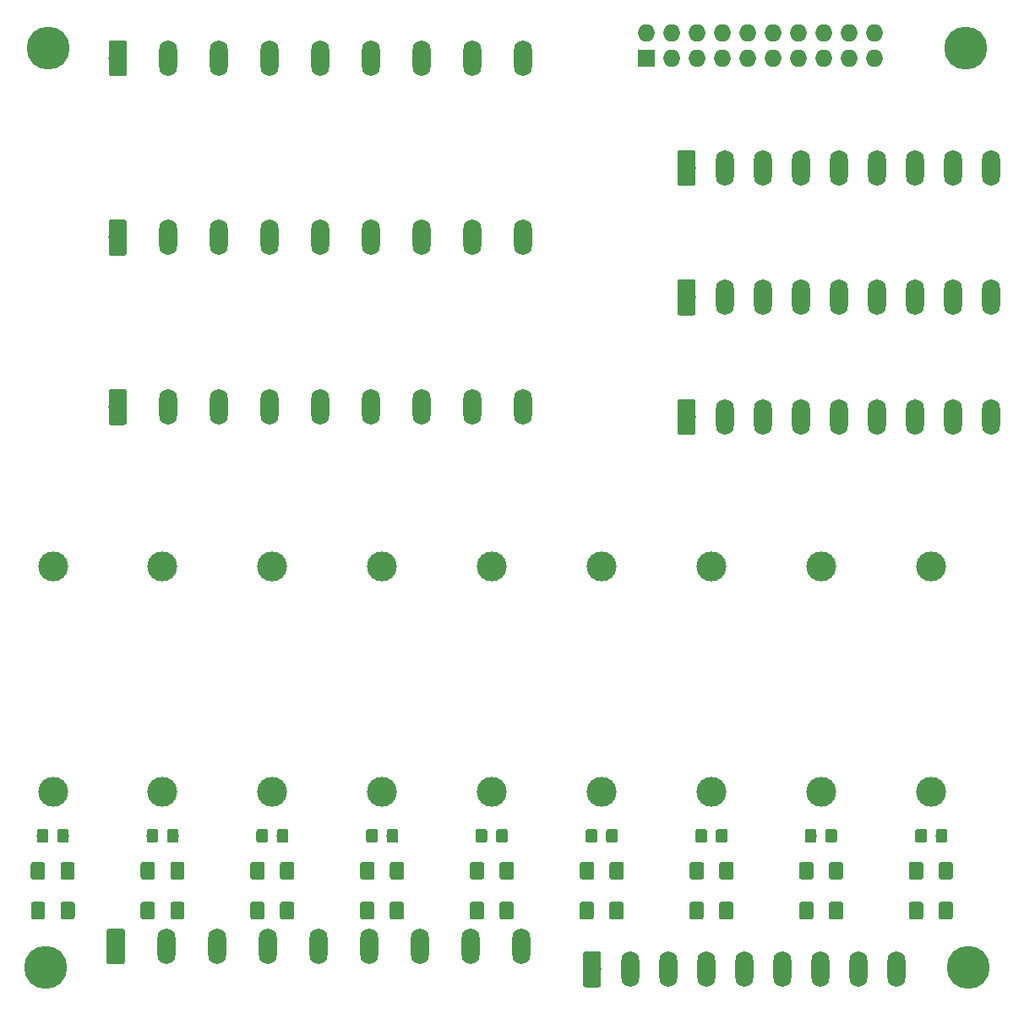
<source format=gbr>
G04 #@! TF.GenerationSoftware,KiCad,Pcbnew,(5.1.4)-1*
G04 #@! TF.CreationDate,2020-02-28T16:59:15+08:00*
G04 #@! TF.ProjectId,9p-parallel-fused,39702d70-6172-4616-9c6c-656c2d667573,rev?*
G04 #@! TF.SameCoordinates,Original*
G04 #@! TF.FileFunction,Soldermask,Top*
G04 #@! TF.FilePolarity,Negative*
%FSLAX46Y46*%
G04 Gerber Fmt 4.6, Leading zero omitted, Abs format (unit mm)*
G04 Created by KiCad (PCBNEW (5.1.4)-1) date 2020-02-28 16:59:15*
%MOMM*%
%LPD*%
G04 APERTURE LIST*
%ADD10O,1.800000X3.600000*%
%ADD11C,0.100000*%
%ADD12C,1.800000*%
%ADD13O,1.727200X1.727200*%
%ADD14R,1.727200X1.727200*%
%ADD15C,1.150000*%
%ADD16C,4.300000*%
%ADD17C,3.000000*%
%ADD18C,1.425000*%
G04 APERTURE END LIST*
D10*
X113020000Y-139390000D03*
X109210000Y-139390000D03*
X105400000Y-139390000D03*
X101590000Y-139390000D03*
X97780000Y-139390000D03*
X93970000Y-139390000D03*
X90160000Y-139390000D03*
X86350000Y-139390000D03*
D11*
G36*
X83214504Y-137591204D02*
G01*
X83238773Y-137594804D01*
X83262571Y-137600765D01*
X83285671Y-137609030D01*
X83307849Y-137619520D01*
X83328893Y-137632133D01*
X83348598Y-137646747D01*
X83366777Y-137663223D01*
X83383253Y-137681402D01*
X83397867Y-137701107D01*
X83410480Y-137722151D01*
X83420970Y-137744329D01*
X83429235Y-137767429D01*
X83435196Y-137791227D01*
X83438796Y-137815496D01*
X83440000Y-137840000D01*
X83440000Y-140940000D01*
X83438796Y-140964504D01*
X83435196Y-140988773D01*
X83429235Y-141012571D01*
X83420970Y-141035671D01*
X83410480Y-141057849D01*
X83397867Y-141078893D01*
X83383253Y-141098598D01*
X83366777Y-141116777D01*
X83348598Y-141133253D01*
X83328893Y-141147867D01*
X83307849Y-141160480D01*
X83285671Y-141170970D01*
X83262571Y-141179235D01*
X83238773Y-141185196D01*
X83214504Y-141188796D01*
X83190000Y-141190000D01*
X81890000Y-141190000D01*
X81865496Y-141188796D01*
X81841227Y-141185196D01*
X81817429Y-141179235D01*
X81794329Y-141170970D01*
X81772151Y-141160480D01*
X81751107Y-141147867D01*
X81731402Y-141133253D01*
X81713223Y-141116777D01*
X81696747Y-141098598D01*
X81682133Y-141078893D01*
X81669520Y-141057849D01*
X81659030Y-141035671D01*
X81650765Y-141012571D01*
X81644804Y-140988773D01*
X81641204Y-140964504D01*
X81640000Y-140940000D01*
X81640000Y-137840000D01*
X81641204Y-137815496D01*
X81644804Y-137791227D01*
X81650765Y-137767429D01*
X81659030Y-137744329D01*
X81669520Y-137722151D01*
X81682133Y-137701107D01*
X81696747Y-137681402D01*
X81713223Y-137663223D01*
X81731402Y-137646747D01*
X81751107Y-137632133D01*
X81772151Y-137619520D01*
X81794329Y-137609030D01*
X81817429Y-137600765D01*
X81841227Y-137594804D01*
X81865496Y-137591204D01*
X81890000Y-137590000D01*
X83190000Y-137590000D01*
X83214504Y-137591204D01*
X83214504Y-137591204D01*
G37*
D12*
X82540000Y-139390000D03*
D11*
G36*
X35474324Y-135301205D02*
G01*
X35498612Y-135304808D01*
X35522429Y-135310774D01*
X35545547Y-135319045D01*
X35567743Y-135329543D01*
X35588804Y-135342166D01*
X35608525Y-135356793D01*
X35626718Y-135373282D01*
X35643207Y-135391475D01*
X35657834Y-135411196D01*
X35670457Y-135432257D01*
X35680955Y-135454453D01*
X35689226Y-135477571D01*
X35695192Y-135501388D01*
X35698795Y-135525676D01*
X35700000Y-135550200D01*
X35700000Y-138649800D01*
X35698795Y-138674324D01*
X35695192Y-138698612D01*
X35689226Y-138722429D01*
X35680955Y-138745547D01*
X35670457Y-138767743D01*
X35657834Y-138788804D01*
X35643207Y-138808525D01*
X35626718Y-138826718D01*
X35608525Y-138843207D01*
X35588804Y-138857834D01*
X35567743Y-138870457D01*
X35545547Y-138880955D01*
X35522429Y-138889226D01*
X35498612Y-138895192D01*
X35474324Y-138898795D01*
X35449800Y-138900000D01*
X34150200Y-138900000D01*
X34125676Y-138898795D01*
X34101388Y-138895192D01*
X34077571Y-138889226D01*
X34054453Y-138880955D01*
X34032257Y-138870457D01*
X34011196Y-138857834D01*
X33991475Y-138843207D01*
X33973282Y-138826718D01*
X33956793Y-138808525D01*
X33942166Y-138788804D01*
X33929543Y-138767743D01*
X33919045Y-138745547D01*
X33910774Y-138722429D01*
X33904808Y-138698612D01*
X33901205Y-138674324D01*
X33900000Y-138649800D01*
X33900000Y-135550200D01*
X33901205Y-135525676D01*
X33904808Y-135501388D01*
X33910774Y-135477571D01*
X33919045Y-135454453D01*
X33929543Y-135432257D01*
X33942166Y-135411196D01*
X33956793Y-135391475D01*
X33973282Y-135373282D01*
X33991475Y-135356793D01*
X34011196Y-135342166D01*
X34032257Y-135329543D01*
X34054453Y-135319045D01*
X34077571Y-135310774D01*
X34101388Y-135304808D01*
X34125676Y-135301205D01*
X34150200Y-135300000D01*
X35449800Y-135300000D01*
X35474324Y-135301205D01*
X35474324Y-135301205D01*
G37*
D12*
X34800000Y-137100000D03*
D10*
X39880000Y-137100000D03*
X44960000Y-137100000D03*
X50040000Y-137100000D03*
X55120000Y-137100000D03*
X60200000Y-137100000D03*
X65280000Y-137100000D03*
X70360000Y-137100000D03*
X75440000Y-137100000D03*
D11*
G36*
X35674324Y-64201205D02*
G01*
X35698612Y-64204808D01*
X35722429Y-64210774D01*
X35745547Y-64219045D01*
X35767743Y-64229543D01*
X35788804Y-64242166D01*
X35808525Y-64256793D01*
X35826718Y-64273282D01*
X35843207Y-64291475D01*
X35857834Y-64311196D01*
X35870457Y-64332257D01*
X35880955Y-64354453D01*
X35889226Y-64377571D01*
X35895192Y-64401388D01*
X35898795Y-64425676D01*
X35900000Y-64450200D01*
X35900000Y-67549800D01*
X35898795Y-67574324D01*
X35895192Y-67598612D01*
X35889226Y-67622429D01*
X35880955Y-67645547D01*
X35870457Y-67667743D01*
X35857834Y-67688804D01*
X35843207Y-67708525D01*
X35826718Y-67726718D01*
X35808525Y-67743207D01*
X35788804Y-67757834D01*
X35767743Y-67770457D01*
X35745547Y-67780955D01*
X35722429Y-67789226D01*
X35698612Y-67795192D01*
X35674324Y-67798795D01*
X35649800Y-67800000D01*
X34350200Y-67800000D01*
X34325676Y-67798795D01*
X34301388Y-67795192D01*
X34277571Y-67789226D01*
X34254453Y-67780955D01*
X34232257Y-67770457D01*
X34211196Y-67757834D01*
X34191475Y-67743207D01*
X34173282Y-67726718D01*
X34156793Y-67708525D01*
X34142166Y-67688804D01*
X34129543Y-67667743D01*
X34119045Y-67645547D01*
X34110774Y-67622429D01*
X34104808Y-67598612D01*
X34101205Y-67574324D01*
X34100000Y-67549800D01*
X34100000Y-64450200D01*
X34101205Y-64425676D01*
X34104808Y-64401388D01*
X34110774Y-64377571D01*
X34119045Y-64354453D01*
X34129543Y-64332257D01*
X34142166Y-64311196D01*
X34156793Y-64291475D01*
X34173282Y-64273282D01*
X34191475Y-64256793D01*
X34211196Y-64242166D01*
X34232257Y-64229543D01*
X34254453Y-64219045D01*
X34277571Y-64210774D01*
X34301388Y-64204808D01*
X34325676Y-64201205D01*
X34350200Y-64200000D01*
X35649800Y-64200000D01*
X35674324Y-64201205D01*
X35674324Y-64201205D01*
G37*
D12*
X35000000Y-66000000D03*
D10*
X40080000Y-66000000D03*
X45160000Y-66000000D03*
X50240000Y-66000000D03*
X55320000Y-66000000D03*
X60400000Y-66000000D03*
X65480000Y-66000000D03*
X70560000Y-66000000D03*
X75640000Y-66000000D03*
D11*
G36*
X35674324Y-81201205D02*
G01*
X35698612Y-81204808D01*
X35722429Y-81210774D01*
X35745547Y-81219045D01*
X35767743Y-81229543D01*
X35788804Y-81242166D01*
X35808525Y-81256793D01*
X35826718Y-81273282D01*
X35843207Y-81291475D01*
X35857834Y-81311196D01*
X35870457Y-81332257D01*
X35880955Y-81354453D01*
X35889226Y-81377571D01*
X35895192Y-81401388D01*
X35898795Y-81425676D01*
X35900000Y-81450200D01*
X35900000Y-84549800D01*
X35898795Y-84574324D01*
X35895192Y-84598612D01*
X35889226Y-84622429D01*
X35880955Y-84645547D01*
X35870457Y-84667743D01*
X35857834Y-84688804D01*
X35843207Y-84708525D01*
X35826718Y-84726718D01*
X35808525Y-84743207D01*
X35788804Y-84757834D01*
X35767743Y-84770457D01*
X35745547Y-84780955D01*
X35722429Y-84789226D01*
X35698612Y-84795192D01*
X35674324Y-84798795D01*
X35649800Y-84800000D01*
X34350200Y-84800000D01*
X34325676Y-84798795D01*
X34301388Y-84795192D01*
X34277571Y-84789226D01*
X34254453Y-84780955D01*
X34232257Y-84770457D01*
X34211196Y-84757834D01*
X34191475Y-84743207D01*
X34173282Y-84726718D01*
X34156793Y-84708525D01*
X34142166Y-84688804D01*
X34129543Y-84667743D01*
X34119045Y-84645547D01*
X34110774Y-84622429D01*
X34104808Y-84598612D01*
X34101205Y-84574324D01*
X34100000Y-84549800D01*
X34100000Y-81450200D01*
X34101205Y-81425676D01*
X34104808Y-81401388D01*
X34110774Y-81377571D01*
X34119045Y-81354453D01*
X34129543Y-81332257D01*
X34142166Y-81311196D01*
X34156793Y-81291475D01*
X34173282Y-81273282D01*
X34191475Y-81256793D01*
X34211196Y-81242166D01*
X34232257Y-81229543D01*
X34254453Y-81219045D01*
X34277571Y-81210774D01*
X34301388Y-81204808D01*
X34325676Y-81201205D01*
X34350200Y-81200000D01*
X35649800Y-81200000D01*
X35674324Y-81201205D01*
X35674324Y-81201205D01*
G37*
D12*
X35000000Y-83000000D03*
D10*
X40080000Y-83000000D03*
X45160000Y-83000000D03*
X50240000Y-83000000D03*
X55320000Y-83000000D03*
X60400000Y-83000000D03*
X65480000Y-83000000D03*
X70560000Y-83000000D03*
X75640000Y-83000000D03*
D11*
G36*
X35674324Y-46201205D02*
G01*
X35698612Y-46204808D01*
X35722429Y-46210774D01*
X35745547Y-46219045D01*
X35767743Y-46229543D01*
X35788804Y-46242166D01*
X35808525Y-46256793D01*
X35826718Y-46273282D01*
X35843207Y-46291475D01*
X35857834Y-46311196D01*
X35870457Y-46332257D01*
X35880955Y-46354453D01*
X35889226Y-46377571D01*
X35895192Y-46401388D01*
X35898795Y-46425676D01*
X35900000Y-46450200D01*
X35900000Y-49549800D01*
X35898795Y-49574324D01*
X35895192Y-49598612D01*
X35889226Y-49622429D01*
X35880955Y-49645547D01*
X35870457Y-49667743D01*
X35857834Y-49688804D01*
X35843207Y-49708525D01*
X35826718Y-49726718D01*
X35808525Y-49743207D01*
X35788804Y-49757834D01*
X35767743Y-49770457D01*
X35745547Y-49780955D01*
X35722429Y-49789226D01*
X35698612Y-49795192D01*
X35674324Y-49798795D01*
X35649800Y-49800000D01*
X34350200Y-49800000D01*
X34325676Y-49798795D01*
X34301388Y-49795192D01*
X34277571Y-49789226D01*
X34254453Y-49780955D01*
X34232257Y-49770457D01*
X34211196Y-49757834D01*
X34191475Y-49743207D01*
X34173282Y-49726718D01*
X34156793Y-49708525D01*
X34142166Y-49688804D01*
X34129543Y-49667743D01*
X34119045Y-49645547D01*
X34110774Y-49622429D01*
X34104808Y-49598612D01*
X34101205Y-49574324D01*
X34100000Y-49549800D01*
X34100000Y-46450200D01*
X34101205Y-46425676D01*
X34104808Y-46401388D01*
X34110774Y-46377571D01*
X34119045Y-46354453D01*
X34129543Y-46332257D01*
X34142166Y-46311196D01*
X34156793Y-46291475D01*
X34173282Y-46273282D01*
X34191475Y-46256793D01*
X34211196Y-46242166D01*
X34232257Y-46229543D01*
X34254453Y-46219045D01*
X34277571Y-46210774D01*
X34301388Y-46204808D01*
X34325676Y-46201205D01*
X34350200Y-46200000D01*
X35649800Y-46200000D01*
X35674324Y-46201205D01*
X35674324Y-46201205D01*
G37*
D12*
X35000000Y-48000000D03*
D10*
X40080000Y-48000000D03*
X45160000Y-48000000D03*
X50240000Y-48000000D03*
X55320000Y-48000000D03*
X60400000Y-48000000D03*
X65480000Y-48000000D03*
X70560000Y-48000000D03*
X75640000Y-48000000D03*
D13*
X110860000Y-45460000D03*
X110860000Y-48000000D03*
X108320000Y-45460000D03*
X108320000Y-48000000D03*
X105780000Y-45460000D03*
X105780000Y-48000000D03*
X103240000Y-45460000D03*
X103240000Y-48000000D03*
X100700000Y-45460000D03*
X100700000Y-48000000D03*
X98160000Y-45460000D03*
X98160000Y-48000000D03*
X95620000Y-45460000D03*
X95620000Y-48000000D03*
X93080000Y-45460000D03*
X93080000Y-48000000D03*
X90540000Y-45460000D03*
X90540000Y-48000000D03*
X88000000Y-45460000D03*
D14*
X88000000Y-48000000D03*
D10*
X122480000Y-84000000D03*
X118670000Y-84000000D03*
X114860000Y-84000000D03*
X111050000Y-84000000D03*
X107240000Y-84000000D03*
X103430000Y-84000000D03*
X99620000Y-84000000D03*
X95810000Y-84000000D03*
D11*
G36*
X92674504Y-82201204D02*
G01*
X92698773Y-82204804D01*
X92722571Y-82210765D01*
X92745671Y-82219030D01*
X92767849Y-82229520D01*
X92788893Y-82242133D01*
X92808598Y-82256747D01*
X92826777Y-82273223D01*
X92843253Y-82291402D01*
X92857867Y-82311107D01*
X92870480Y-82332151D01*
X92880970Y-82354329D01*
X92889235Y-82377429D01*
X92895196Y-82401227D01*
X92898796Y-82425496D01*
X92900000Y-82450000D01*
X92900000Y-85550000D01*
X92898796Y-85574504D01*
X92895196Y-85598773D01*
X92889235Y-85622571D01*
X92880970Y-85645671D01*
X92870480Y-85667849D01*
X92857867Y-85688893D01*
X92843253Y-85708598D01*
X92826777Y-85726777D01*
X92808598Y-85743253D01*
X92788893Y-85757867D01*
X92767849Y-85770480D01*
X92745671Y-85780970D01*
X92722571Y-85789235D01*
X92698773Y-85795196D01*
X92674504Y-85798796D01*
X92650000Y-85800000D01*
X91350000Y-85800000D01*
X91325496Y-85798796D01*
X91301227Y-85795196D01*
X91277429Y-85789235D01*
X91254329Y-85780970D01*
X91232151Y-85770480D01*
X91211107Y-85757867D01*
X91191402Y-85743253D01*
X91173223Y-85726777D01*
X91156747Y-85708598D01*
X91142133Y-85688893D01*
X91129520Y-85667849D01*
X91119030Y-85645671D01*
X91110765Y-85622571D01*
X91104804Y-85598773D01*
X91101204Y-85574504D01*
X91100000Y-85550000D01*
X91100000Y-82450000D01*
X91101204Y-82425496D01*
X91104804Y-82401227D01*
X91110765Y-82377429D01*
X91119030Y-82354329D01*
X91129520Y-82332151D01*
X91142133Y-82311107D01*
X91156747Y-82291402D01*
X91173223Y-82273223D01*
X91191402Y-82256747D01*
X91211107Y-82242133D01*
X91232151Y-82229520D01*
X91254329Y-82219030D01*
X91277429Y-82210765D01*
X91301227Y-82204804D01*
X91325496Y-82201204D01*
X91350000Y-82200000D01*
X92650000Y-82200000D01*
X92674504Y-82201204D01*
X92674504Y-82201204D01*
G37*
D12*
X92000000Y-84000000D03*
D10*
X122480000Y-72000000D03*
X118670000Y-72000000D03*
X114860000Y-72000000D03*
X111050000Y-72000000D03*
X107240000Y-72000000D03*
X103430000Y-72000000D03*
X99620000Y-72000000D03*
X95810000Y-72000000D03*
D11*
G36*
X92674504Y-70201204D02*
G01*
X92698773Y-70204804D01*
X92722571Y-70210765D01*
X92745671Y-70219030D01*
X92767849Y-70229520D01*
X92788893Y-70242133D01*
X92808598Y-70256747D01*
X92826777Y-70273223D01*
X92843253Y-70291402D01*
X92857867Y-70311107D01*
X92870480Y-70332151D01*
X92880970Y-70354329D01*
X92889235Y-70377429D01*
X92895196Y-70401227D01*
X92898796Y-70425496D01*
X92900000Y-70450000D01*
X92900000Y-73550000D01*
X92898796Y-73574504D01*
X92895196Y-73598773D01*
X92889235Y-73622571D01*
X92880970Y-73645671D01*
X92870480Y-73667849D01*
X92857867Y-73688893D01*
X92843253Y-73708598D01*
X92826777Y-73726777D01*
X92808598Y-73743253D01*
X92788893Y-73757867D01*
X92767849Y-73770480D01*
X92745671Y-73780970D01*
X92722571Y-73789235D01*
X92698773Y-73795196D01*
X92674504Y-73798796D01*
X92650000Y-73800000D01*
X91350000Y-73800000D01*
X91325496Y-73798796D01*
X91301227Y-73795196D01*
X91277429Y-73789235D01*
X91254329Y-73780970D01*
X91232151Y-73770480D01*
X91211107Y-73757867D01*
X91191402Y-73743253D01*
X91173223Y-73726777D01*
X91156747Y-73708598D01*
X91142133Y-73688893D01*
X91129520Y-73667849D01*
X91119030Y-73645671D01*
X91110765Y-73622571D01*
X91104804Y-73598773D01*
X91101204Y-73574504D01*
X91100000Y-73550000D01*
X91100000Y-70450000D01*
X91101204Y-70425496D01*
X91104804Y-70401227D01*
X91110765Y-70377429D01*
X91119030Y-70354329D01*
X91129520Y-70332151D01*
X91142133Y-70311107D01*
X91156747Y-70291402D01*
X91173223Y-70273223D01*
X91191402Y-70256747D01*
X91211107Y-70242133D01*
X91232151Y-70229520D01*
X91254329Y-70219030D01*
X91277429Y-70210765D01*
X91301227Y-70204804D01*
X91325496Y-70201204D01*
X91350000Y-70200000D01*
X92650000Y-70200000D01*
X92674504Y-70201204D01*
X92674504Y-70201204D01*
G37*
D12*
X92000000Y-72000000D03*
D10*
X122480000Y-59000000D03*
X118670000Y-59000000D03*
X114860000Y-59000000D03*
X111050000Y-59000000D03*
X107240000Y-59000000D03*
X103430000Y-59000000D03*
X99620000Y-59000000D03*
X95810000Y-59000000D03*
D11*
G36*
X92674504Y-57201204D02*
G01*
X92698773Y-57204804D01*
X92722571Y-57210765D01*
X92745671Y-57219030D01*
X92767849Y-57229520D01*
X92788893Y-57242133D01*
X92808598Y-57256747D01*
X92826777Y-57273223D01*
X92843253Y-57291402D01*
X92857867Y-57311107D01*
X92870480Y-57332151D01*
X92880970Y-57354329D01*
X92889235Y-57377429D01*
X92895196Y-57401227D01*
X92898796Y-57425496D01*
X92900000Y-57450000D01*
X92900000Y-60550000D01*
X92898796Y-60574504D01*
X92895196Y-60598773D01*
X92889235Y-60622571D01*
X92880970Y-60645671D01*
X92870480Y-60667849D01*
X92857867Y-60688893D01*
X92843253Y-60708598D01*
X92826777Y-60726777D01*
X92808598Y-60743253D01*
X92788893Y-60757867D01*
X92767849Y-60770480D01*
X92745671Y-60780970D01*
X92722571Y-60789235D01*
X92698773Y-60795196D01*
X92674504Y-60798796D01*
X92650000Y-60800000D01*
X91350000Y-60800000D01*
X91325496Y-60798796D01*
X91301227Y-60795196D01*
X91277429Y-60789235D01*
X91254329Y-60780970D01*
X91232151Y-60770480D01*
X91211107Y-60757867D01*
X91191402Y-60743253D01*
X91173223Y-60726777D01*
X91156747Y-60708598D01*
X91142133Y-60688893D01*
X91129520Y-60667849D01*
X91119030Y-60645671D01*
X91110765Y-60622571D01*
X91104804Y-60598773D01*
X91101204Y-60574504D01*
X91100000Y-60550000D01*
X91100000Y-57450000D01*
X91101204Y-57425496D01*
X91104804Y-57401227D01*
X91110765Y-57377429D01*
X91119030Y-57354329D01*
X91129520Y-57332151D01*
X91142133Y-57311107D01*
X91156747Y-57291402D01*
X91173223Y-57273223D01*
X91191402Y-57256747D01*
X91211107Y-57242133D01*
X91232151Y-57229520D01*
X91254329Y-57219030D01*
X91277429Y-57210765D01*
X91301227Y-57204804D01*
X91325496Y-57201204D01*
X91350000Y-57200000D01*
X92650000Y-57200000D01*
X92674504Y-57201204D01*
X92674504Y-57201204D01*
G37*
D12*
X92000000Y-59000000D03*
D11*
G36*
X117899505Y-125301204D02*
G01*
X117923773Y-125304804D01*
X117947572Y-125310765D01*
X117970671Y-125319030D01*
X117992850Y-125329520D01*
X118013893Y-125342132D01*
X118033599Y-125356747D01*
X118051777Y-125373223D01*
X118068253Y-125391401D01*
X118082868Y-125411107D01*
X118095480Y-125432150D01*
X118105970Y-125454329D01*
X118114235Y-125477428D01*
X118120196Y-125501227D01*
X118123796Y-125525495D01*
X118125000Y-125549999D01*
X118125000Y-126450001D01*
X118123796Y-126474505D01*
X118120196Y-126498773D01*
X118114235Y-126522572D01*
X118105970Y-126545671D01*
X118095480Y-126567850D01*
X118082868Y-126588893D01*
X118068253Y-126608599D01*
X118051777Y-126626777D01*
X118033599Y-126643253D01*
X118013893Y-126657868D01*
X117992850Y-126670480D01*
X117970671Y-126680970D01*
X117947572Y-126689235D01*
X117923773Y-126695196D01*
X117899505Y-126698796D01*
X117875001Y-126700000D01*
X117224999Y-126700000D01*
X117200495Y-126698796D01*
X117176227Y-126695196D01*
X117152428Y-126689235D01*
X117129329Y-126680970D01*
X117107150Y-126670480D01*
X117086107Y-126657868D01*
X117066401Y-126643253D01*
X117048223Y-126626777D01*
X117031747Y-126608599D01*
X117017132Y-126588893D01*
X117004520Y-126567850D01*
X116994030Y-126545671D01*
X116985765Y-126522572D01*
X116979804Y-126498773D01*
X116976204Y-126474505D01*
X116975000Y-126450001D01*
X116975000Y-125549999D01*
X116976204Y-125525495D01*
X116979804Y-125501227D01*
X116985765Y-125477428D01*
X116994030Y-125454329D01*
X117004520Y-125432150D01*
X117017132Y-125411107D01*
X117031747Y-125391401D01*
X117048223Y-125373223D01*
X117066401Y-125356747D01*
X117086107Y-125342132D01*
X117107150Y-125329520D01*
X117129329Y-125319030D01*
X117152428Y-125310765D01*
X117176227Y-125304804D01*
X117200495Y-125301204D01*
X117224999Y-125300000D01*
X117875001Y-125300000D01*
X117899505Y-125301204D01*
X117899505Y-125301204D01*
G37*
D15*
X117550000Y-126000000D03*
D11*
G36*
X115849505Y-125301204D02*
G01*
X115873773Y-125304804D01*
X115897572Y-125310765D01*
X115920671Y-125319030D01*
X115942850Y-125329520D01*
X115963893Y-125342132D01*
X115983599Y-125356747D01*
X116001777Y-125373223D01*
X116018253Y-125391401D01*
X116032868Y-125411107D01*
X116045480Y-125432150D01*
X116055970Y-125454329D01*
X116064235Y-125477428D01*
X116070196Y-125501227D01*
X116073796Y-125525495D01*
X116075000Y-125549999D01*
X116075000Y-126450001D01*
X116073796Y-126474505D01*
X116070196Y-126498773D01*
X116064235Y-126522572D01*
X116055970Y-126545671D01*
X116045480Y-126567850D01*
X116032868Y-126588893D01*
X116018253Y-126608599D01*
X116001777Y-126626777D01*
X115983599Y-126643253D01*
X115963893Y-126657868D01*
X115942850Y-126670480D01*
X115920671Y-126680970D01*
X115897572Y-126689235D01*
X115873773Y-126695196D01*
X115849505Y-126698796D01*
X115825001Y-126700000D01*
X115174999Y-126700000D01*
X115150495Y-126698796D01*
X115126227Y-126695196D01*
X115102428Y-126689235D01*
X115079329Y-126680970D01*
X115057150Y-126670480D01*
X115036107Y-126657868D01*
X115016401Y-126643253D01*
X114998223Y-126626777D01*
X114981747Y-126608599D01*
X114967132Y-126588893D01*
X114954520Y-126567850D01*
X114944030Y-126545671D01*
X114935765Y-126522572D01*
X114929804Y-126498773D01*
X114926204Y-126474505D01*
X114925000Y-126450001D01*
X114925000Y-125549999D01*
X114926204Y-125525495D01*
X114929804Y-125501227D01*
X114935765Y-125477428D01*
X114944030Y-125454329D01*
X114954520Y-125432150D01*
X114967132Y-125411107D01*
X114981747Y-125391401D01*
X114998223Y-125373223D01*
X115016401Y-125356747D01*
X115036107Y-125342132D01*
X115057150Y-125329520D01*
X115079329Y-125319030D01*
X115102428Y-125310765D01*
X115126227Y-125304804D01*
X115150495Y-125301204D01*
X115174999Y-125300000D01*
X115825001Y-125300000D01*
X115849505Y-125301204D01*
X115849505Y-125301204D01*
G37*
D15*
X115500000Y-126000000D03*
D11*
G36*
X106849505Y-125301204D02*
G01*
X106873773Y-125304804D01*
X106897572Y-125310765D01*
X106920671Y-125319030D01*
X106942850Y-125329520D01*
X106963893Y-125342132D01*
X106983599Y-125356747D01*
X107001777Y-125373223D01*
X107018253Y-125391401D01*
X107032868Y-125411107D01*
X107045480Y-125432150D01*
X107055970Y-125454329D01*
X107064235Y-125477428D01*
X107070196Y-125501227D01*
X107073796Y-125525495D01*
X107075000Y-125549999D01*
X107075000Y-126450001D01*
X107073796Y-126474505D01*
X107070196Y-126498773D01*
X107064235Y-126522572D01*
X107055970Y-126545671D01*
X107045480Y-126567850D01*
X107032868Y-126588893D01*
X107018253Y-126608599D01*
X107001777Y-126626777D01*
X106983599Y-126643253D01*
X106963893Y-126657868D01*
X106942850Y-126670480D01*
X106920671Y-126680970D01*
X106897572Y-126689235D01*
X106873773Y-126695196D01*
X106849505Y-126698796D01*
X106825001Y-126700000D01*
X106174999Y-126700000D01*
X106150495Y-126698796D01*
X106126227Y-126695196D01*
X106102428Y-126689235D01*
X106079329Y-126680970D01*
X106057150Y-126670480D01*
X106036107Y-126657868D01*
X106016401Y-126643253D01*
X105998223Y-126626777D01*
X105981747Y-126608599D01*
X105967132Y-126588893D01*
X105954520Y-126567850D01*
X105944030Y-126545671D01*
X105935765Y-126522572D01*
X105929804Y-126498773D01*
X105926204Y-126474505D01*
X105925000Y-126450001D01*
X105925000Y-125549999D01*
X105926204Y-125525495D01*
X105929804Y-125501227D01*
X105935765Y-125477428D01*
X105944030Y-125454329D01*
X105954520Y-125432150D01*
X105967132Y-125411107D01*
X105981747Y-125391401D01*
X105998223Y-125373223D01*
X106016401Y-125356747D01*
X106036107Y-125342132D01*
X106057150Y-125329520D01*
X106079329Y-125319030D01*
X106102428Y-125310765D01*
X106126227Y-125304804D01*
X106150495Y-125301204D01*
X106174999Y-125300000D01*
X106825001Y-125300000D01*
X106849505Y-125301204D01*
X106849505Y-125301204D01*
G37*
D15*
X106500000Y-126000000D03*
D11*
G36*
X104799505Y-125301204D02*
G01*
X104823773Y-125304804D01*
X104847572Y-125310765D01*
X104870671Y-125319030D01*
X104892850Y-125329520D01*
X104913893Y-125342132D01*
X104933599Y-125356747D01*
X104951777Y-125373223D01*
X104968253Y-125391401D01*
X104982868Y-125411107D01*
X104995480Y-125432150D01*
X105005970Y-125454329D01*
X105014235Y-125477428D01*
X105020196Y-125501227D01*
X105023796Y-125525495D01*
X105025000Y-125549999D01*
X105025000Y-126450001D01*
X105023796Y-126474505D01*
X105020196Y-126498773D01*
X105014235Y-126522572D01*
X105005970Y-126545671D01*
X104995480Y-126567850D01*
X104982868Y-126588893D01*
X104968253Y-126608599D01*
X104951777Y-126626777D01*
X104933599Y-126643253D01*
X104913893Y-126657868D01*
X104892850Y-126670480D01*
X104870671Y-126680970D01*
X104847572Y-126689235D01*
X104823773Y-126695196D01*
X104799505Y-126698796D01*
X104775001Y-126700000D01*
X104124999Y-126700000D01*
X104100495Y-126698796D01*
X104076227Y-126695196D01*
X104052428Y-126689235D01*
X104029329Y-126680970D01*
X104007150Y-126670480D01*
X103986107Y-126657868D01*
X103966401Y-126643253D01*
X103948223Y-126626777D01*
X103931747Y-126608599D01*
X103917132Y-126588893D01*
X103904520Y-126567850D01*
X103894030Y-126545671D01*
X103885765Y-126522572D01*
X103879804Y-126498773D01*
X103876204Y-126474505D01*
X103875000Y-126450001D01*
X103875000Y-125549999D01*
X103876204Y-125525495D01*
X103879804Y-125501227D01*
X103885765Y-125477428D01*
X103894030Y-125454329D01*
X103904520Y-125432150D01*
X103917132Y-125411107D01*
X103931747Y-125391401D01*
X103948223Y-125373223D01*
X103966401Y-125356747D01*
X103986107Y-125342132D01*
X104007150Y-125329520D01*
X104029329Y-125319030D01*
X104052428Y-125310765D01*
X104076227Y-125304804D01*
X104100495Y-125301204D01*
X104124999Y-125300000D01*
X104775001Y-125300000D01*
X104799505Y-125301204D01*
X104799505Y-125301204D01*
G37*
D15*
X104450000Y-126000000D03*
D11*
G36*
X95874505Y-125301204D02*
G01*
X95898773Y-125304804D01*
X95922572Y-125310765D01*
X95945671Y-125319030D01*
X95967850Y-125329520D01*
X95988893Y-125342132D01*
X96008599Y-125356747D01*
X96026777Y-125373223D01*
X96043253Y-125391401D01*
X96057868Y-125411107D01*
X96070480Y-125432150D01*
X96080970Y-125454329D01*
X96089235Y-125477428D01*
X96095196Y-125501227D01*
X96098796Y-125525495D01*
X96100000Y-125549999D01*
X96100000Y-126450001D01*
X96098796Y-126474505D01*
X96095196Y-126498773D01*
X96089235Y-126522572D01*
X96080970Y-126545671D01*
X96070480Y-126567850D01*
X96057868Y-126588893D01*
X96043253Y-126608599D01*
X96026777Y-126626777D01*
X96008599Y-126643253D01*
X95988893Y-126657868D01*
X95967850Y-126670480D01*
X95945671Y-126680970D01*
X95922572Y-126689235D01*
X95898773Y-126695196D01*
X95874505Y-126698796D01*
X95850001Y-126700000D01*
X95199999Y-126700000D01*
X95175495Y-126698796D01*
X95151227Y-126695196D01*
X95127428Y-126689235D01*
X95104329Y-126680970D01*
X95082150Y-126670480D01*
X95061107Y-126657868D01*
X95041401Y-126643253D01*
X95023223Y-126626777D01*
X95006747Y-126608599D01*
X94992132Y-126588893D01*
X94979520Y-126567850D01*
X94969030Y-126545671D01*
X94960765Y-126522572D01*
X94954804Y-126498773D01*
X94951204Y-126474505D01*
X94950000Y-126450001D01*
X94950000Y-125549999D01*
X94951204Y-125525495D01*
X94954804Y-125501227D01*
X94960765Y-125477428D01*
X94969030Y-125454329D01*
X94979520Y-125432150D01*
X94992132Y-125411107D01*
X95006747Y-125391401D01*
X95023223Y-125373223D01*
X95041401Y-125356747D01*
X95061107Y-125342132D01*
X95082150Y-125329520D01*
X95104329Y-125319030D01*
X95127428Y-125310765D01*
X95151227Y-125304804D01*
X95175495Y-125301204D01*
X95199999Y-125300000D01*
X95850001Y-125300000D01*
X95874505Y-125301204D01*
X95874505Y-125301204D01*
G37*
D15*
X95525000Y-126000000D03*
D11*
G36*
X93824505Y-125301204D02*
G01*
X93848773Y-125304804D01*
X93872572Y-125310765D01*
X93895671Y-125319030D01*
X93917850Y-125329520D01*
X93938893Y-125342132D01*
X93958599Y-125356747D01*
X93976777Y-125373223D01*
X93993253Y-125391401D01*
X94007868Y-125411107D01*
X94020480Y-125432150D01*
X94030970Y-125454329D01*
X94039235Y-125477428D01*
X94045196Y-125501227D01*
X94048796Y-125525495D01*
X94050000Y-125549999D01*
X94050000Y-126450001D01*
X94048796Y-126474505D01*
X94045196Y-126498773D01*
X94039235Y-126522572D01*
X94030970Y-126545671D01*
X94020480Y-126567850D01*
X94007868Y-126588893D01*
X93993253Y-126608599D01*
X93976777Y-126626777D01*
X93958599Y-126643253D01*
X93938893Y-126657868D01*
X93917850Y-126670480D01*
X93895671Y-126680970D01*
X93872572Y-126689235D01*
X93848773Y-126695196D01*
X93824505Y-126698796D01*
X93800001Y-126700000D01*
X93149999Y-126700000D01*
X93125495Y-126698796D01*
X93101227Y-126695196D01*
X93077428Y-126689235D01*
X93054329Y-126680970D01*
X93032150Y-126670480D01*
X93011107Y-126657868D01*
X92991401Y-126643253D01*
X92973223Y-126626777D01*
X92956747Y-126608599D01*
X92942132Y-126588893D01*
X92929520Y-126567850D01*
X92919030Y-126545671D01*
X92910765Y-126522572D01*
X92904804Y-126498773D01*
X92901204Y-126474505D01*
X92900000Y-126450001D01*
X92900000Y-125549999D01*
X92901204Y-125525495D01*
X92904804Y-125501227D01*
X92910765Y-125477428D01*
X92919030Y-125454329D01*
X92929520Y-125432150D01*
X92942132Y-125411107D01*
X92956747Y-125391401D01*
X92973223Y-125373223D01*
X92991401Y-125356747D01*
X93011107Y-125342132D01*
X93032150Y-125329520D01*
X93054329Y-125319030D01*
X93077428Y-125310765D01*
X93101227Y-125304804D01*
X93125495Y-125301204D01*
X93149999Y-125300000D01*
X93800001Y-125300000D01*
X93824505Y-125301204D01*
X93824505Y-125301204D01*
G37*
D15*
X93475000Y-126000000D03*
D11*
G36*
X84874505Y-125301204D02*
G01*
X84898773Y-125304804D01*
X84922572Y-125310765D01*
X84945671Y-125319030D01*
X84967850Y-125329520D01*
X84988893Y-125342132D01*
X85008599Y-125356747D01*
X85026777Y-125373223D01*
X85043253Y-125391401D01*
X85057868Y-125411107D01*
X85070480Y-125432150D01*
X85080970Y-125454329D01*
X85089235Y-125477428D01*
X85095196Y-125501227D01*
X85098796Y-125525495D01*
X85100000Y-125549999D01*
X85100000Y-126450001D01*
X85098796Y-126474505D01*
X85095196Y-126498773D01*
X85089235Y-126522572D01*
X85080970Y-126545671D01*
X85070480Y-126567850D01*
X85057868Y-126588893D01*
X85043253Y-126608599D01*
X85026777Y-126626777D01*
X85008599Y-126643253D01*
X84988893Y-126657868D01*
X84967850Y-126670480D01*
X84945671Y-126680970D01*
X84922572Y-126689235D01*
X84898773Y-126695196D01*
X84874505Y-126698796D01*
X84850001Y-126700000D01*
X84199999Y-126700000D01*
X84175495Y-126698796D01*
X84151227Y-126695196D01*
X84127428Y-126689235D01*
X84104329Y-126680970D01*
X84082150Y-126670480D01*
X84061107Y-126657868D01*
X84041401Y-126643253D01*
X84023223Y-126626777D01*
X84006747Y-126608599D01*
X83992132Y-126588893D01*
X83979520Y-126567850D01*
X83969030Y-126545671D01*
X83960765Y-126522572D01*
X83954804Y-126498773D01*
X83951204Y-126474505D01*
X83950000Y-126450001D01*
X83950000Y-125549999D01*
X83951204Y-125525495D01*
X83954804Y-125501227D01*
X83960765Y-125477428D01*
X83969030Y-125454329D01*
X83979520Y-125432150D01*
X83992132Y-125411107D01*
X84006747Y-125391401D01*
X84023223Y-125373223D01*
X84041401Y-125356747D01*
X84061107Y-125342132D01*
X84082150Y-125329520D01*
X84104329Y-125319030D01*
X84127428Y-125310765D01*
X84151227Y-125304804D01*
X84175495Y-125301204D01*
X84199999Y-125300000D01*
X84850001Y-125300000D01*
X84874505Y-125301204D01*
X84874505Y-125301204D01*
G37*
D15*
X84525000Y-126000000D03*
D11*
G36*
X82824505Y-125301204D02*
G01*
X82848773Y-125304804D01*
X82872572Y-125310765D01*
X82895671Y-125319030D01*
X82917850Y-125329520D01*
X82938893Y-125342132D01*
X82958599Y-125356747D01*
X82976777Y-125373223D01*
X82993253Y-125391401D01*
X83007868Y-125411107D01*
X83020480Y-125432150D01*
X83030970Y-125454329D01*
X83039235Y-125477428D01*
X83045196Y-125501227D01*
X83048796Y-125525495D01*
X83050000Y-125549999D01*
X83050000Y-126450001D01*
X83048796Y-126474505D01*
X83045196Y-126498773D01*
X83039235Y-126522572D01*
X83030970Y-126545671D01*
X83020480Y-126567850D01*
X83007868Y-126588893D01*
X82993253Y-126608599D01*
X82976777Y-126626777D01*
X82958599Y-126643253D01*
X82938893Y-126657868D01*
X82917850Y-126670480D01*
X82895671Y-126680970D01*
X82872572Y-126689235D01*
X82848773Y-126695196D01*
X82824505Y-126698796D01*
X82800001Y-126700000D01*
X82149999Y-126700000D01*
X82125495Y-126698796D01*
X82101227Y-126695196D01*
X82077428Y-126689235D01*
X82054329Y-126680970D01*
X82032150Y-126670480D01*
X82011107Y-126657868D01*
X81991401Y-126643253D01*
X81973223Y-126626777D01*
X81956747Y-126608599D01*
X81942132Y-126588893D01*
X81929520Y-126567850D01*
X81919030Y-126545671D01*
X81910765Y-126522572D01*
X81904804Y-126498773D01*
X81901204Y-126474505D01*
X81900000Y-126450001D01*
X81900000Y-125549999D01*
X81901204Y-125525495D01*
X81904804Y-125501227D01*
X81910765Y-125477428D01*
X81919030Y-125454329D01*
X81929520Y-125432150D01*
X81942132Y-125411107D01*
X81956747Y-125391401D01*
X81973223Y-125373223D01*
X81991401Y-125356747D01*
X82011107Y-125342132D01*
X82032150Y-125329520D01*
X82054329Y-125319030D01*
X82077428Y-125310765D01*
X82101227Y-125304804D01*
X82125495Y-125301204D01*
X82149999Y-125300000D01*
X82800001Y-125300000D01*
X82824505Y-125301204D01*
X82824505Y-125301204D01*
G37*
D15*
X82475000Y-126000000D03*
D11*
G36*
X73849505Y-125301204D02*
G01*
X73873773Y-125304804D01*
X73897572Y-125310765D01*
X73920671Y-125319030D01*
X73942850Y-125329520D01*
X73963893Y-125342132D01*
X73983599Y-125356747D01*
X74001777Y-125373223D01*
X74018253Y-125391401D01*
X74032868Y-125411107D01*
X74045480Y-125432150D01*
X74055970Y-125454329D01*
X74064235Y-125477428D01*
X74070196Y-125501227D01*
X74073796Y-125525495D01*
X74075000Y-125549999D01*
X74075000Y-126450001D01*
X74073796Y-126474505D01*
X74070196Y-126498773D01*
X74064235Y-126522572D01*
X74055970Y-126545671D01*
X74045480Y-126567850D01*
X74032868Y-126588893D01*
X74018253Y-126608599D01*
X74001777Y-126626777D01*
X73983599Y-126643253D01*
X73963893Y-126657868D01*
X73942850Y-126670480D01*
X73920671Y-126680970D01*
X73897572Y-126689235D01*
X73873773Y-126695196D01*
X73849505Y-126698796D01*
X73825001Y-126700000D01*
X73174999Y-126700000D01*
X73150495Y-126698796D01*
X73126227Y-126695196D01*
X73102428Y-126689235D01*
X73079329Y-126680970D01*
X73057150Y-126670480D01*
X73036107Y-126657868D01*
X73016401Y-126643253D01*
X72998223Y-126626777D01*
X72981747Y-126608599D01*
X72967132Y-126588893D01*
X72954520Y-126567850D01*
X72944030Y-126545671D01*
X72935765Y-126522572D01*
X72929804Y-126498773D01*
X72926204Y-126474505D01*
X72925000Y-126450001D01*
X72925000Y-125549999D01*
X72926204Y-125525495D01*
X72929804Y-125501227D01*
X72935765Y-125477428D01*
X72944030Y-125454329D01*
X72954520Y-125432150D01*
X72967132Y-125411107D01*
X72981747Y-125391401D01*
X72998223Y-125373223D01*
X73016401Y-125356747D01*
X73036107Y-125342132D01*
X73057150Y-125329520D01*
X73079329Y-125319030D01*
X73102428Y-125310765D01*
X73126227Y-125304804D01*
X73150495Y-125301204D01*
X73174999Y-125300000D01*
X73825001Y-125300000D01*
X73849505Y-125301204D01*
X73849505Y-125301204D01*
G37*
D15*
X73500000Y-126000000D03*
D11*
G36*
X71799505Y-125301204D02*
G01*
X71823773Y-125304804D01*
X71847572Y-125310765D01*
X71870671Y-125319030D01*
X71892850Y-125329520D01*
X71913893Y-125342132D01*
X71933599Y-125356747D01*
X71951777Y-125373223D01*
X71968253Y-125391401D01*
X71982868Y-125411107D01*
X71995480Y-125432150D01*
X72005970Y-125454329D01*
X72014235Y-125477428D01*
X72020196Y-125501227D01*
X72023796Y-125525495D01*
X72025000Y-125549999D01*
X72025000Y-126450001D01*
X72023796Y-126474505D01*
X72020196Y-126498773D01*
X72014235Y-126522572D01*
X72005970Y-126545671D01*
X71995480Y-126567850D01*
X71982868Y-126588893D01*
X71968253Y-126608599D01*
X71951777Y-126626777D01*
X71933599Y-126643253D01*
X71913893Y-126657868D01*
X71892850Y-126670480D01*
X71870671Y-126680970D01*
X71847572Y-126689235D01*
X71823773Y-126695196D01*
X71799505Y-126698796D01*
X71775001Y-126700000D01*
X71124999Y-126700000D01*
X71100495Y-126698796D01*
X71076227Y-126695196D01*
X71052428Y-126689235D01*
X71029329Y-126680970D01*
X71007150Y-126670480D01*
X70986107Y-126657868D01*
X70966401Y-126643253D01*
X70948223Y-126626777D01*
X70931747Y-126608599D01*
X70917132Y-126588893D01*
X70904520Y-126567850D01*
X70894030Y-126545671D01*
X70885765Y-126522572D01*
X70879804Y-126498773D01*
X70876204Y-126474505D01*
X70875000Y-126450001D01*
X70875000Y-125549999D01*
X70876204Y-125525495D01*
X70879804Y-125501227D01*
X70885765Y-125477428D01*
X70894030Y-125454329D01*
X70904520Y-125432150D01*
X70917132Y-125411107D01*
X70931747Y-125391401D01*
X70948223Y-125373223D01*
X70966401Y-125356747D01*
X70986107Y-125342132D01*
X71007150Y-125329520D01*
X71029329Y-125319030D01*
X71052428Y-125310765D01*
X71076227Y-125304804D01*
X71100495Y-125301204D01*
X71124999Y-125300000D01*
X71775001Y-125300000D01*
X71799505Y-125301204D01*
X71799505Y-125301204D01*
G37*
D15*
X71450000Y-126000000D03*
D11*
G36*
X62874505Y-125301204D02*
G01*
X62898773Y-125304804D01*
X62922572Y-125310765D01*
X62945671Y-125319030D01*
X62967850Y-125329520D01*
X62988893Y-125342132D01*
X63008599Y-125356747D01*
X63026777Y-125373223D01*
X63043253Y-125391401D01*
X63057868Y-125411107D01*
X63070480Y-125432150D01*
X63080970Y-125454329D01*
X63089235Y-125477428D01*
X63095196Y-125501227D01*
X63098796Y-125525495D01*
X63100000Y-125549999D01*
X63100000Y-126450001D01*
X63098796Y-126474505D01*
X63095196Y-126498773D01*
X63089235Y-126522572D01*
X63080970Y-126545671D01*
X63070480Y-126567850D01*
X63057868Y-126588893D01*
X63043253Y-126608599D01*
X63026777Y-126626777D01*
X63008599Y-126643253D01*
X62988893Y-126657868D01*
X62967850Y-126670480D01*
X62945671Y-126680970D01*
X62922572Y-126689235D01*
X62898773Y-126695196D01*
X62874505Y-126698796D01*
X62850001Y-126700000D01*
X62199999Y-126700000D01*
X62175495Y-126698796D01*
X62151227Y-126695196D01*
X62127428Y-126689235D01*
X62104329Y-126680970D01*
X62082150Y-126670480D01*
X62061107Y-126657868D01*
X62041401Y-126643253D01*
X62023223Y-126626777D01*
X62006747Y-126608599D01*
X61992132Y-126588893D01*
X61979520Y-126567850D01*
X61969030Y-126545671D01*
X61960765Y-126522572D01*
X61954804Y-126498773D01*
X61951204Y-126474505D01*
X61950000Y-126450001D01*
X61950000Y-125549999D01*
X61951204Y-125525495D01*
X61954804Y-125501227D01*
X61960765Y-125477428D01*
X61969030Y-125454329D01*
X61979520Y-125432150D01*
X61992132Y-125411107D01*
X62006747Y-125391401D01*
X62023223Y-125373223D01*
X62041401Y-125356747D01*
X62061107Y-125342132D01*
X62082150Y-125329520D01*
X62104329Y-125319030D01*
X62127428Y-125310765D01*
X62151227Y-125304804D01*
X62175495Y-125301204D01*
X62199999Y-125300000D01*
X62850001Y-125300000D01*
X62874505Y-125301204D01*
X62874505Y-125301204D01*
G37*
D15*
X62525000Y-126000000D03*
D11*
G36*
X60824505Y-125301204D02*
G01*
X60848773Y-125304804D01*
X60872572Y-125310765D01*
X60895671Y-125319030D01*
X60917850Y-125329520D01*
X60938893Y-125342132D01*
X60958599Y-125356747D01*
X60976777Y-125373223D01*
X60993253Y-125391401D01*
X61007868Y-125411107D01*
X61020480Y-125432150D01*
X61030970Y-125454329D01*
X61039235Y-125477428D01*
X61045196Y-125501227D01*
X61048796Y-125525495D01*
X61050000Y-125549999D01*
X61050000Y-126450001D01*
X61048796Y-126474505D01*
X61045196Y-126498773D01*
X61039235Y-126522572D01*
X61030970Y-126545671D01*
X61020480Y-126567850D01*
X61007868Y-126588893D01*
X60993253Y-126608599D01*
X60976777Y-126626777D01*
X60958599Y-126643253D01*
X60938893Y-126657868D01*
X60917850Y-126670480D01*
X60895671Y-126680970D01*
X60872572Y-126689235D01*
X60848773Y-126695196D01*
X60824505Y-126698796D01*
X60800001Y-126700000D01*
X60149999Y-126700000D01*
X60125495Y-126698796D01*
X60101227Y-126695196D01*
X60077428Y-126689235D01*
X60054329Y-126680970D01*
X60032150Y-126670480D01*
X60011107Y-126657868D01*
X59991401Y-126643253D01*
X59973223Y-126626777D01*
X59956747Y-126608599D01*
X59942132Y-126588893D01*
X59929520Y-126567850D01*
X59919030Y-126545671D01*
X59910765Y-126522572D01*
X59904804Y-126498773D01*
X59901204Y-126474505D01*
X59900000Y-126450001D01*
X59900000Y-125549999D01*
X59901204Y-125525495D01*
X59904804Y-125501227D01*
X59910765Y-125477428D01*
X59919030Y-125454329D01*
X59929520Y-125432150D01*
X59942132Y-125411107D01*
X59956747Y-125391401D01*
X59973223Y-125373223D01*
X59991401Y-125356747D01*
X60011107Y-125342132D01*
X60032150Y-125329520D01*
X60054329Y-125319030D01*
X60077428Y-125310765D01*
X60101227Y-125304804D01*
X60125495Y-125301204D01*
X60149999Y-125300000D01*
X60800001Y-125300000D01*
X60824505Y-125301204D01*
X60824505Y-125301204D01*
G37*
D15*
X60475000Y-126000000D03*
D11*
G36*
X51874505Y-125301204D02*
G01*
X51898773Y-125304804D01*
X51922572Y-125310765D01*
X51945671Y-125319030D01*
X51967850Y-125329520D01*
X51988893Y-125342132D01*
X52008599Y-125356747D01*
X52026777Y-125373223D01*
X52043253Y-125391401D01*
X52057868Y-125411107D01*
X52070480Y-125432150D01*
X52080970Y-125454329D01*
X52089235Y-125477428D01*
X52095196Y-125501227D01*
X52098796Y-125525495D01*
X52100000Y-125549999D01*
X52100000Y-126450001D01*
X52098796Y-126474505D01*
X52095196Y-126498773D01*
X52089235Y-126522572D01*
X52080970Y-126545671D01*
X52070480Y-126567850D01*
X52057868Y-126588893D01*
X52043253Y-126608599D01*
X52026777Y-126626777D01*
X52008599Y-126643253D01*
X51988893Y-126657868D01*
X51967850Y-126670480D01*
X51945671Y-126680970D01*
X51922572Y-126689235D01*
X51898773Y-126695196D01*
X51874505Y-126698796D01*
X51850001Y-126700000D01*
X51199999Y-126700000D01*
X51175495Y-126698796D01*
X51151227Y-126695196D01*
X51127428Y-126689235D01*
X51104329Y-126680970D01*
X51082150Y-126670480D01*
X51061107Y-126657868D01*
X51041401Y-126643253D01*
X51023223Y-126626777D01*
X51006747Y-126608599D01*
X50992132Y-126588893D01*
X50979520Y-126567850D01*
X50969030Y-126545671D01*
X50960765Y-126522572D01*
X50954804Y-126498773D01*
X50951204Y-126474505D01*
X50950000Y-126450001D01*
X50950000Y-125549999D01*
X50951204Y-125525495D01*
X50954804Y-125501227D01*
X50960765Y-125477428D01*
X50969030Y-125454329D01*
X50979520Y-125432150D01*
X50992132Y-125411107D01*
X51006747Y-125391401D01*
X51023223Y-125373223D01*
X51041401Y-125356747D01*
X51061107Y-125342132D01*
X51082150Y-125329520D01*
X51104329Y-125319030D01*
X51127428Y-125310765D01*
X51151227Y-125304804D01*
X51175495Y-125301204D01*
X51199999Y-125300000D01*
X51850001Y-125300000D01*
X51874505Y-125301204D01*
X51874505Y-125301204D01*
G37*
D15*
X51525000Y-126000000D03*
D11*
G36*
X49824505Y-125301204D02*
G01*
X49848773Y-125304804D01*
X49872572Y-125310765D01*
X49895671Y-125319030D01*
X49917850Y-125329520D01*
X49938893Y-125342132D01*
X49958599Y-125356747D01*
X49976777Y-125373223D01*
X49993253Y-125391401D01*
X50007868Y-125411107D01*
X50020480Y-125432150D01*
X50030970Y-125454329D01*
X50039235Y-125477428D01*
X50045196Y-125501227D01*
X50048796Y-125525495D01*
X50050000Y-125549999D01*
X50050000Y-126450001D01*
X50048796Y-126474505D01*
X50045196Y-126498773D01*
X50039235Y-126522572D01*
X50030970Y-126545671D01*
X50020480Y-126567850D01*
X50007868Y-126588893D01*
X49993253Y-126608599D01*
X49976777Y-126626777D01*
X49958599Y-126643253D01*
X49938893Y-126657868D01*
X49917850Y-126670480D01*
X49895671Y-126680970D01*
X49872572Y-126689235D01*
X49848773Y-126695196D01*
X49824505Y-126698796D01*
X49800001Y-126700000D01*
X49149999Y-126700000D01*
X49125495Y-126698796D01*
X49101227Y-126695196D01*
X49077428Y-126689235D01*
X49054329Y-126680970D01*
X49032150Y-126670480D01*
X49011107Y-126657868D01*
X48991401Y-126643253D01*
X48973223Y-126626777D01*
X48956747Y-126608599D01*
X48942132Y-126588893D01*
X48929520Y-126567850D01*
X48919030Y-126545671D01*
X48910765Y-126522572D01*
X48904804Y-126498773D01*
X48901204Y-126474505D01*
X48900000Y-126450001D01*
X48900000Y-125549999D01*
X48901204Y-125525495D01*
X48904804Y-125501227D01*
X48910765Y-125477428D01*
X48919030Y-125454329D01*
X48929520Y-125432150D01*
X48942132Y-125411107D01*
X48956747Y-125391401D01*
X48973223Y-125373223D01*
X48991401Y-125356747D01*
X49011107Y-125342132D01*
X49032150Y-125329520D01*
X49054329Y-125319030D01*
X49077428Y-125310765D01*
X49101227Y-125304804D01*
X49125495Y-125301204D01*
X49149999Y-125300000D01*
X49800001Y-125300000D01*
X49824505Y-125301204D01*
X49824505Y-125301204D01*
G37*
D15*
X49475000Y-126000000D03*
D11*
G36*
X40874505Y-125301204D02*
G01*
X40898773Y-125304804D01*
X40922572Y-125310765D01*
X40945671Y-125319030D01*
X40967850Y-125329520D01*
X40988893Y-125342132D01*
X41008599Y-125356747D01*
X41026777Y-125373223D01*
X41043253Y-125391401D01*
X41057868Y-125411107D01*
X41070480Y-125432150D01*
X41080970Y-125454329D01*
X41089235Y-125477428D01*
X41095196Y-125501227D01*
X41098796Y-125525495D01*
X41100000Y-125549999D01*
X41100000Y-126450001D01*
X41098796Y-126474505D01*
X41095196Y-126498773D01*
X41089235Y-126522572D01*
X41080970Y-126545671D01*
X41070480Y-126567850D01*
X41057868Y-126588893D01*
X41043253Y-126608599D01*
X41026777Y-126626777D01*
X41008599Y-126643253D01*
X40988893Y-126657868D01*
X40967850Y-126670480D01*
X40945671Y-126680970D01*
X40922572Y-126689235D01*
X40898773Y-126695196D01*
X40874505Y-126698796D01*
X40850001Y-126700000D01*
X40199999Y-126700000D01*
X40175495Y-126698796D01*
X40151227Y-126695196D01*
X40127428Y-126689235D01*
X40104329Y-126680970D01*
X40082150Y-126670480D01*
X40061107Y-126657868D01*
X40041401Y-126643253D01*
X40023223Y-126626777D01*
X40006747Y-126608599D01*
X39992132Y-126588893D01*
X39979520Y-126567850D01*
X39969030Y-126545671D01*
X39960765Y-126522572D01*
X39954804Y-126498773D01*
X39951204Y-126474505D01*
X39950000Y-126450001D01*
X39950000Y-125549999D01*
X39951204Y-125525495D01*
X39954804Y-125501227D01*
X39960765Y-125477428D01*
X39969030Y-125454329D01*
X39979520Y-125432150D01*
X39992132Y-125411107D01*
X40006747Y-125391401D01*
X40023223Y-125373223D01*
X40041401Y-125356747D01*
X40061107Y-125342132D01*
X40082150Y-125329520D01*
X40104329Y-125319030D01*
X40127428Y-125310765D01*
X40151227Y-125304804D01*
X40175495Y-125301204D01*
X40199999Y-125300000D01*
X40850001Y-125300000D01*
X40874505Y-125301204D01*
X40874505Y-125301204D01*
G37*
D15*
X40525000Y-126000000D03*
D11*
G36*
X38824505Y-125301204D02*
G01*
X38848773Y-125304804D01*
X38872572Y-125310765D01*
X38895671Y-125319030D01*
X38917850Y-125329520D01*
X38938893Y-125342132D01*
X38958599Y-125356747D01*
X38976777Y-125373223D01*
X38993253Y-125391401D01*
X39007868Y-125411107D01*
X39020480Y-125432150D01*
X39030970Y-125454329D01*
X39039235Y-125477428D01*
X39045196Y-125501227D01*
X39048796Y-125525495D01*
X39050000Y-125549999D01*
X39050000Y-126450001D01*
X39048796Y-126474505D01*
X39045196Y-126498773D01*
X39039235Y-126522572D01*
X39030970Y-126545671D01*
X39020480Y-126567850D01*
X39007868Y-126588893D01*
X38993253Y-126608599D01*
X38976777Y-126626777D01*
X38958599Y-126643253D01*
X38938893Y-126657868D01*
X38917850Y-126670480D01*
X38895671Y-126680970D01*
X38872572Y-126689235D01*
X38848773Y-126695196D01*
X38824505Y-126698796D01*
X38800001Y-126700000D01*
X38149999Y-126700000D01*
X38125495Y-126698796D01*
X38101227Y-126695196D01*
X38077428Y-126689235D01*
X38054329Y-126680970D01*
X38032150Y-126670480D01*
X38011107Y-126657868D01*
X37991401Y-126643253D01*
X37973223Y-126626777D01*
X37956747Y-126608599D01*
X37942132Y-126588893D01*
X37929520Y-126567850D01*
X37919030Y-126545671D01*
X37910765Y-126522572D01*
X37904804Y-126498773D01*
X37901204Y-126474505D01*
X37900000Y-126450001D01*
X37900000Y-125549999D01*
X37901204Y-125525495D01*
X37904804Y-125501227D01*
X37910765Y-125477428D01*
X37919030Y-125454329D01*
X37929520Y-125432150D01*
X37942132Y-125411107D01*
X37956747Y-125391401D01*
X37973223Y-125373223D01*
X37991401Y-125356747D01*
X38011107Y-125342132D01*
X38032150Y-125329520D01*
X38054329Y-125319030D01*
X38077428Y-125310765D01*
X38101227Y-125304804D01*
X38125495Y-125301204D01*
X38149999Y-125300000D01*
X38800001Y-125300000D01*
X38824505Y-125301204D01*
X38824505Y-125301204D01*
G37*
D15*
X38475000Y-126000000D03*
D11*
G36*
X29874505Y-125301204D02*
G01*
X29898773Y-125304804D01*
X29922572Y-125310765D01*
X29945671Y-125319030D01*
X29967850Y-125329520D01*
X29988893Y-125342132D01*
X30008599Y-125356747D01*
X30026777Y-125373223D01*
X30043253Y-125391401D01*
X30057868Y-125411107D01*
X30070480Y-125432150D01*
X30080970Y-125454329D01*
X30089235Y-125477428D01*
X30095196Y-125501227D01*
X30098796Y-125525495D01*
X30100000Y-125549999D01*
X30100000Y-126450001D01*
X30098796Y-126474505D01*
X30095196Y-126498773D01*
X30089235Y-126522572D01*
X30080970Y-126545671D01*
X30070480Y-126567850D01*
X30057868Y-126588893D01*
X30043253Y-126608599D01*
X30026777Y-126626777D01*
X30008599Y-126643253D01*
X29988893Y-126657868D01*
X29967850Y-126670480D01*
X29945671Y-126680970D01*
X29922572Y-126689235D01*
X29898773Y-126695196D01*
X29874505Y-126698796D01*
X29850001Y-126700000D01*
X29199999Y-126700000D01*
X29175495Y-126698796D01*
X29151227Y-126695196D01*
X29127428Y-126689235D01*
X29104329Y-126680970D01*
X29082150Y-126670480D01*
X29061107Y-126657868D01*
X29041401Y-126643253D01*
X29023223Y-126626777D01*
X29006747Y-126608599D01*
X28992132Y-126588893D01*
X28979520Y-126567850D01*
X28969030Y-126545671D01*
X28960765Y-126522572D01*
X28954804Y-126498773D01*
X28951204Y-126474505D01*
X28950000Y-126450001D01*
X28950000Y-125549999D01*
X28951204Y-125525495D01*
X28954804Y-125501227D01*
X28960765Y-125477428D01*
X28969030Y-125454329D01*
X28979520Y-125432150D01*
X28992132Y-125411107D01*
X29006747Y-125391401D01*
X29023223Y-125373223D01*
X29041401Y-125356747D01*
X29061107Y-125342132D01*
X29082150Y-125329520D01*
X29104329Y-125319030D01*
X29127428Y-125310765D01*
X29151227Y-125304804D01*
X29175495Y-125301204D01*
X29199999Y-125300000D01*
X29850001Y-125300000D01*
X29874505Y-125301204D01*
X29874505Y-125301204D01*
G37*
D15*
X29525000Y-126000000D03*
D11*
G36*
X27824505Y-125301204D02*
G01*
X27848773Y-125304804D01*
X27872572Y-125310765D01*
X27895671Y-125319030D01*
X27917850Y-125329520D01*
X27938893Y-125342132D01*
X27958599Y-125356747D01*
X27976777Y-125373223D01*
X27993253Y-125391401D01*
X28007868Y-125411107D01*
X28020480Y-125432150D01*
X28030970Y-125454329D01*
X28039235Y-125477428D01*
X28045196Y-125501227D01*
X28048796Y-125525495D01*
X28050000Y-125549999D01*
X28050000Y-126450001D01*
X28048796Y-126474505D01*
X28045196Y-126498773D01*
X28039235Y-126522572D01*
X28030970Y-126545671D01*
X28020480Y-126567850D01*
X28007868Y-126588893D01*
X27993253Y-126608599D01*
X27976777Y-126626777D01*
X27958599Y-126643253D01*
X27938893Y-126657868D01*
X27917850Y-126670480D01*
X27895671Y-126680970D01*
X27872572Y-126689235D01*
X27848773Y-126695196D01*
X27824505Y-126698796D01*
X27800001Y-126700000D01*
X27149999Y-126700000D01*
X27125495Y-126698796D01*
X27101227Y-126695196D01*
X27077428Y-126689235D01*
X27054329Y-126680970D01*
X27032150Y-126670480D01*
X27011107Y-126657868D01*
X26991401Y-126643253D01*
X26973223Y-126626777D01*
X26956747Y-126608599D01*
X26942132Y-126588893D01*
X26929520Y-126567850D01*
X26919030Y-126545671D01*
X26910765Y-126522572D01*
X26904804Y-126498773D01*
X26901204Y-126474505D01*
X26900000Y-126450001D01*
X26900000Y-125549999D01*
X26901204Y-125525495D01*
X26904804Y-125501227D01*
X26910765Y-125477428D01*
X26919030Y-125454329D01*
X26929520Y-125432150D01*
X26942132Y-125411107D01*
X26956747Y-125391401D01*
X26973223Y-125373223D01*
X26991401Y-125356747D01*
X27011107Y-125342132D01*
X27032150Y-125329520D01*
X27054329Y-125319030D01*
X27077428Y-125310765D01*
X27101227Y-125304804D01*
X27125495Y-125301204D01*
X27149999Y-125300000D01*
X27800001Y-125300000D01*
X27824505Y-125301204D01*
X27824505Y-125301204D01*
G37*
D15*
X27475000Y-126000000D03*
D16*
X27800000Y-139200000D03*
X120200000Y-139200000D03*
X28000000Y-47000000D03*
X120000000Y-47000000D03*
D17*
X116500000Y-121600000D03*
X116500000Y-99000000D03*
X105500000Y-121600000D03*
X105500000Y-99000000D03*
X94500000Y-121600000D03*
X94500000Y-99000000D03*
X83500000Y-121600000D03*
X83500000Y-99000000D03*
X72500000Y-121600000D03*
X72500000Y-99000000D03*
X61500000Y-121600000D03*
X61500000Y-99000000D03*
X50500000Y-121600000D03*
X50500000Y-99000000D03*
X39500000Y-121600000D03*
X39500000Y-99000000D03*
X28500000Y-121600000D03*
X28500000Y-99000000D03*
D11*
G36*
X118474504Y-128626204D02*
G01*
X118498773Y-128629804D01*
X118522571Y-128635765D01*
X118545671Y-128644030D01*
X118567849Y-128654520D01*
X118588893Y-128667133D01*
X118608598Y-128681747D01*
X118626777Y-128698223D01*
X118643253Y-128716402D01*
X118657867Y-128736107D01*
X118670480Y-128757151D01*
X118680970Y-128779329D01*
X118689235Y-128802429D01*
X118695196Y-128826227D01*
X118698796Y-128850496D01*
X118700000Y-128875000D01*
X118700000Y-130125000D01*
X118698796Y-130149504D01*
X118695196Y-130173773D01*
X118689235Y-130197571D01*
X118680970Y-130220671D01*
X118670480Y-130242849D01*
X118657867Y-130263893D01*
X118643253Y-130283598D01*
X118626777Y-130301777D01*
X118608598Y-130318253D01*
X118588893Y-130332867D01*
X118567849Y-130345480D01*
X118545671Y-130355970D01*
X118522571Y-130364235D01*
X118498773Y-130370196D01*
X118474504Y-130373796D01*
X118450000Y-130375000D01*
X117525000Y-130375000D01*
X117500496Y-130373796D01*
X117476227Y-130370196D01*
X117452429Y-130364235D01*
X117429329Y-130355970D01*
X117407151Y-130345480D01*
X117386107Y-130332867D01*
X117366402Y-130318253D01*
X117348223Y-130301777D01*
X117331747Y-130283598D01*
X117317133Y-130263893D01*
X117304520Y-130242849D01*
X117294030Y-130220671D01*
X117285765Y-130197571D01*
X117279804Y-130173773D01*
X117276204Y-130149504D01*
X117275000Y-130125000D01*
X117275000Y-128875000D01*
X117276204Y-128850496D01*
X117279804Y-128826227D01*
X117285765Y-128802429D01*
X117294030Y-128779329D01*
X117304520Y-128757151D01*
X117317133Y-128736107D01*
X117331747Y-128716402D01*
X117348223Y-128698223D01*
X117366402Y-128681747D01*
X117386107Y-128667133D01*
X117407151Y-128654520D01*
X117429329Y-128644030D01*
X117452429Y-128635765D01*
X117476227Y-128629804D01*
X117500496Y-128626204D01*
X117525000Y-128625000D01*
X118450000Y-128625000D01*
X118474504Y-128626204D01*
X118474504Y-128626204D01*
G37*
D18*
X117987500Y-129500000D03*
D11*
G36*
X115499504Y-128626204D02*
G01*
X115523773Y-128629804D01*
X115547571Y-128635765D01*
X115570671Y-128644030D01*
X115592849Y-128654520D01*
X115613893Y-128667133D01*
X115633598Y-128681747D01*
X115651777Y-128698223D01*
X115668253Y-128716402D01*
X115682867Y-128736107D01*
X115695480Y-128757151D01*
X115705970Y-128779329D01*
X115714235Y-128802429D01*
X115720196Y-128826227D01*
X115723796Y-128850496D01*
X115725000Y-128875000D01*
X115725000Y-130125000D01*
X115723796Y-130149504D01*
X115720196Y-130173773D01*
X115714235Y-130197571D01*
X115705970Y-130220671D01*
X115695480Y-130242849D01*
X115682867Y-130263893D01*
X115668253Y-130283598D01*
X115651777Y-130301777D01*
X115633598Y-130318253D01*
X115613893Y-130332867D01*
X115592849Y-130345480D01*
X115570671Y-130355970D01*
X115547571Y-130364235D01*
X115523773Y-130370196D01*
X115499504Y-130373796D01*
X115475000Y-130375000D01*
X114550000Y-130375000D01*
X114525496Y-130373796D01*
X114501227Y-130370196D01*
X114477429Y-130364235D01*
X114454329Y-130355970D01*
X114432151Y-130345480D01*
X114411107Y-130332867D01*
X114391402Y-130318253D01*
X114373223Y-130301777D01*
X114356747Y-130283598D01*
X114342133Y-130263893D01*
X114329520Y-130242849D01*
X114319030Y-130220671D01*
X114310765Y-130197571D01*
X114304804Y-130173773D01*
X114301204Y-130149504D01*
X114300000Y-130125000D01*
X114300000Y-128875000D01*
X114301204Y-128850496D01*
X114304804Y-128826227D01*
X114310765Y-128802429D01*
X114319030Y-128779329D01*
X114329520Y-128757151D01*
X114342133Y-128736107D01*
X114356747Y-128716402D01*
X114373223Y-128698223D01*
X114391402Y-128681747D01*
X114411107Y-128667133D01*
X114432151Y-128654520D01*
X114454329Y-128644030D01*
X114477429Y-128635765D01*
X114501227Y-128629804D01*
X114525496Y-128626204D01*
X114550000Y-128625000D01*
X115475000Y-128625000D01*
X115499504Y-128626204D01*
X115499504Y-128626204D01*
G37*
D18*
X115012500Y-129500000D03*
D11*
G36*
X118462004Y-132626204D02*
G01*
X118486273Y-132629804D01*
X118510071Y-132635765D01*
X118533171Y-132644030D01*
X118555349Y-132654520D01*
X118576393Y-132667133D01*
X118596098Y-132681747D01*
X118614277Y-132698223D01*
X118630753Y-132716402D01*
X118645367Y-132736107D01*
X118657980Y-132757151D01*
X118668470Y-132779329D01*
X118676735Y-132802429D01*
X118682696Y-132826227D01*
X118686296Y-132850496D01*
X118687500Y-132875000D01*
X118687500Y-134125000D01*
X118686296Y-134149504D01*
X118682696Y-134173773D01*
X118676735Y-134197571D01*
X118668470Y-134220671D01*
X118657980Y-134242849D01*
X118645367Y-134263893D01*
X118630753Y-134283598D01*
X118614277Y-134301777D01*
X118596098Y-134318253D01*
X118576393Y-134332867D01*
X118555349Y-134345480D01*
X118533171Y-134355970D01*
X118510071Y-134364235D01*
X118486273Y-134370196D01*
X118462004Y-134373796D01*
X118437500Y-134375000D01*
X117512500Y-134375000D01*
X117487996Y-134373796D01*
X117463727Y-134370196D01*
X117439929Y-134364235D01*
X117416829Y-134355970D01*
X117394651Y-134345480D01*
X117373607Y-134332867D01*
X117353902Y-134318253D01*
X117335723Y-134301777D01*
X117319247Y-134283598D01*
X117304633Y-134263893D01*
X117292020Y-134242849D01*
X117281530Y-134220671D01*
X117273265Y-134197571D01*
X117267304Y-134173773D01*
X117263704Y-134149504D01*
X117262500Y-134125000D01*
X117262500Y-132875000D01*
X117263704Y-132850496D01*
X117267304Y-132826227D01*
X117273265Y-132802429D01*
X117281530Y-132779329D01*
X117292020Y-132757151D01*
X117304633Y-132736107D01*
X117319247Y-132716402D01*
X117335723Y-132698223D01*
X117353902Y-132681747D01*
X117373607Y-132667133D01*
X117394651Y-132654520D01*
X117416829Y-132644030D01*
X117439929Y-132635765D01*
X117463727Y-132629804D01*
X117487996Y-132626204D01*
X117512500Y-132625000D01*
X118437500Y-132625000D01*
X118462004Y-132626204D01*
X118462004Y-132626204D01*
G37*
D18*
X117975000Y-133500000D03*
D11*
G36*
X115487004Y-132626204D02*
G01*
X115511273Y-132629804D01*
X115535071Y-132635765D01*
X115558171Y-132644030D01*
X115580349Y-132654520D01*
X115601393Y-132667133D01*
X115621098Y-132681747D01*
X115639277Y-132698223D01*
X115655753Y-132716402D01*
X115670367Y-132736107D01*
X115682980Y-132757151D01*
X115693470Y-132779329D01*
X115701735Y-132802429D01*
X115707696Y-132826227D01*
X115711296Y-132850496D01*
X115712500Y-132875000D01*
X115712500Y-134125000D01*
X115711296Y-134149504D01*
X115707696Y-134173773D01*
X115701735Y-134197571D01*
X115693470Y-134220671D01*
X115682980Y-134242849D01*
X115670367Y-134263893D01*
X115655753Y-134283598D01*
X115639277Y-134301777D01*
X115621098Y-134318253D01*
X115601393Y-134332867D01*
X115580349Y-134345480D01*
X115558171Y-134355970D01*
X115535071Y-134364235D01*
X115511273Y-134370196D01*
X115487004Y-134373796D01*
X115462500Y-134375000D01*
X114537500Y-134375000D01*
X114512996Y-134373796D01*
X114488727Y-134370196D01*
X114464929Y-134364235D01*
X114441829Y-134355970D01*
X114419651Y-134345480D01*
X114398607Y-134332867D01*
X114378902Y-134318253D01*
X114360723Y-134301777D01*
X114344247Y-134283598D01*
X114329633Y-134263893D01*
X114317020Y-134242849D01*
X114306530Y-134220671D01*
X114298265Y-134197571D01*
X114292304Y-134173773D01*
X114288704Y-134149504D01*
X114287500Y-134125000D01*
X114287500Y-132875000D01*
X114288704Y-132850496D01*
X114292304Y-132826227D01*
X114298265Y-132802429D01*
X114306530Y-132779329D01*
X114317020Y-132757151D01*
X114329633Y-132736107D01*
X114344247Y-132716402D01*
X114360723Y-132698223D01*
X114378902Y-132681747D01*
X114398607Y-132667133D01*
X114419651Y-132654520D01*
X114441829Y-132644030D01*
X114464929Y-132635765D01*
X114488727Y-132629804D01*
X114512996Y-132626204D01*
X114537500Y-132625000D01*
X115462500Y-132625000D01*
X115487004Y-132626204D01*
X115487004Y-132626204D01*
G37*
D18*
X115000000Y-133500000D03*
D11*
G36*
X107474504Y-128626204D02*
G01*
X107498773Y-128629804D01*
X107522571Y-128635765D01*
X107545671Y-128644030D01*
X107567849Y-128654520D01*
X107588893Y-128667133D01*
X107608598Y-128681747D01*
X107626777Y-128698223D01*
X107643253Y-128716402D01*
X107657867Y-128736107D01*
X107670480Y-128757151D01*
X107680970Y-128779329D01*
X107689235Y-128802429D01*
X107695196Y-128826227D01*
X107698796Y-128850496D01*
X107700000Y-128875000D01*
X107700000Y-130125000D01*
X107698796Y-130149504D01*
X107695196Y-130173773D01*
X107689235Y-130197571D01*
X107680970Y-130220671D01*
X107670480Y-130242849D01*
X107657867Y-130263893D01*
X107643253Y-130283598D01*
X107626777Y-130301777D01*
X107608598Y-130318253D01*
X107588893Y-130332867D01*
X107567849Y-130345480D01*
X107545671Y-130355970D01*
X107522571Y-130364235D01*
X107498773Y-130370196D01*
X107474504Y-130373796D01*
X107450000Y-130375000D01*
X106525000Y-130375000D01*
X106500496Y-130373796D01*
X106476227Y-130370196D01*
X106452429Y-130364235D01*
X106429329Y-130355970D01*
X106407151Y-130345480D01*
X106386107Y-130332867D01*
X106366402Y-130318253D01*
X106348223Y-130301777D01*
X106331747Y-130283598D01*
X106317133Y-130263893D01*
X106304520Y-130242849D01*
X106294030Y-130220671D01*
X106285765Y-130197571D01*
X106279804Y-130173773D01*
X106276204Y-130149504D01*
X106275000Y-130125000D01*
X106275000Y-128875000D01*
X106276204Y-128850496D01*
X106279804Y-128826227D01*
X106285765Y-128802429D01*
X106294030Y-128779329D01*
X106304520Y-128757151D01*
X106317133Y-128736107D01*
X106331747Y-128716402D01*
X106348223Y-128698223D01*
X106366402Y-128681747D01*
X106386107Y-128667133D01*
X106407151Y-128654520D01*
X106429329Y-128644030D01*
X106452429Y-128635765D01*
X106476227Y-128629804D01*
X106500496Y-128626204D01*
X106525000Y-128625000D01*
X107450000Y-128625000D01*
X107474504Y-128626204D01*
X107474504Y-128626204D01*
G37*
D18*
X106987500Y-129500000D03*
D11*
G36*
X104499504Y-128626204D02*
G01*
X104523773Y-128629804D01*
X104547571Y-128635765D01*
X104570671Y-128644030D01*
X104592849Y-128654520D01*
X104613893Y-128667133D01*
X104633598Y-128681747D01*
X104651777Y-128698223D01*
X104668253Y-128716402D01*
X104682867Y-128736107D01*
X104695480Y-128757151D01*
X104705970Y-128779329D01*
X104714235Y-128802429D01*
X104720196Y-128826227D01*
X104723796Y-128850496D01*
X104725000Y-128875000D01*
X104725000Y-130125000D01*
X104723796Y-130149504D01*
X104720196Y-130173773D01*
X104714235Y-130197571D01*
X104705970Y-130220671D01*
X104695480Y-130242849D01*
X104682867Y-130263893D01*
X104668253Y-130283598D01*
X104651777Y-130301777D01*
X104633598Y-130318253D01*
X104613893Y-130332867D01*
X104592849Y-130345480D01*
X104570671Y-130355970D01*
X104547571Y-130364235D01*
X104523773Y-130370196D01*
X104499504Y-130373796D01*
X104475000Y-130375000D01*
X103550000Y-130375000D01*
X103525496Y-130373796D01*
X103501227Y-130370196D01*
X103477429Y-130364235D01*
X103454329Y-130355970D01*
X103432151Y-130345480D01*
X103411107Y-130332867D01*
X103391402Y-130318253D01*
X103373223Y-130301777D01*
X103356747Y-130283598D01*
X103342133Y-130263893D01*
X103329520Y-130242849D01*
X103319030Y-130220671D01*
X103310765Y-130197571D01*
X103304804Y-130173773D01*
X103301204Y-130149504D01*
X103300000Y-130125000D01*
X103300000Y-128875000D01*
X103301204Y-128850496D01*
X103304804Y-128826227D01*
X103310765Y-128802429D01*
X103319030Y-128779329D01*
X103329520Y-128757151D01*
X103342133Y-128736107D01*
X103356747Y-128716402D01*
X103373223Y-128698223D01*
X103391402Y-128681747D01*
X103411107Y-128667133D01*
X103432151Y-128654520D01*
X103454329Y-128644030D01*
X103477429Y-128635765D01*
X103501227Y-128629804D01*
X103525496Y-128626204D01*
X103550000Y-128625000D01*
X104475000Y-128625000D01*
X104499504Y-128626204D01*
X104499504Y-128626204D01*
G37*
D18*
X104012500Y-129500000D03*
D11*
G36*
X107474504Y-132626204D02*
G01*
X107498773Y-132629804D01*
X107522571Y-132635765D01*
X107545671Y-132644030D01*
X107567849Y-132654520D01*
X107588893Y-132667133D01*
X107608598Y-132681747D01*
X107626777Y-132698223D01*
X107643253Y-132716402D01*
X107657867Y-132736107D01*
X107670480Y-132757151D01*
X107680970Y-132779329D01*
X107689235Y-132802429D01*
X107695196Y-132826227D01*
X107698796Y-132850496D01*
X107700000Y-132875000D01*
X107700000Y-134125000D01*
X107698796Y-134149504D01*
X107695196Y-134173773D01*
X107689235Y-134197571D01*
X107680970Y-134220671D01*
X107670480Y-134242849D01*
X107657867Y-134263893D01*
X107643253Y-134283598D01*
X107626777Y-134301777D01*
X107608598Y-134318253D01*
X107588893Y-134332867D01*
X107567849Y-134345480D01*
X107545671Y-134355970D01*
X107522571Y-134364235D01*
X107498773Y-134370196D01*
X107474504Y-134373796D01*
X107450000Y-134375000D01*
X106525000Y-134375000D01*
X106500496Y-134373796D01*
X106476227Y-134370196D01*
X106452429Y-134364235D01*
X106429329Y-134355970D01*
X106407151Y-134345480D01*
X106386107Y-134332867D01*
X106366402Y-134318253D01*
X106348223Y-134301777D01*
X106331747Y-134283598D01*
X106317133Y-134263893D01*
X106304520Y-134242849D01*
X106294030Y-134220671D01*
X106285765Y-134197571D01*
X106279804Y-134173773D01*
X106276204Y-134149504D01*
X106275000Y-134125000D01*
X106275000Y-132875000D01*
X106276204Y-132850496D01*
X106279804Y-132826227D01*
X106285765Y-132802429D01*
X106294030Y-132779329D01*
X106304520Y-132757151D01*
X106317133Y-132736107D01*
X106331747Y-132716402D01*
X106348223Y-132698223D01*
X106366402Y-132681747D01*
X106386107Y-132667133D01*
X106407151Y-132654520D01*
X106429329Y-132644030D01*
X106452429Y-132635765D01*
X106476227Y-132629804D01*
X106500496Y-132626204D01*
X106525000Y-132625000D01*
X107450000Y-132625000D01*
X107474504Y-132626204D01*
X107474504Y-132626204D01*
G37*
D18*
X106987500Y-133500000D03*
D11*
G36*
X104499504Y-132626204D02*
G01*
X104523773Y-132629804D01*
X104547571Y-132635765D01*
X104570671Y-132644030D01*
X104592849Y-132654520D01*
X104613893Y-132667133D01*
X104633598Y-132681747D01*
X104651777Y-132698223D01*
X104668253Y-132716402D01*
X104682867Y-132736107D01*
X104695480Y-132757151D01*
X104705970Y-132779329D01*
X104714235Y-132802429D01*
X104720196Y-132826227D01*
X104723796Y-132850496D01*
X104725000Y-132875000D01*
X104725000Y-134125000D01*
X104723796Y-134149504D01*
X104720196Y-134173773D01*
X104714235Y-134197571D01*
X104705970Y-134220671D01*
X104695480Y-134242849D01*
X104682867Y-134263893D01*
X104668253Y-134283598D01*
X104651777Y-134301777D01*
X104633598Y-134318253D01*
X104613893Y-134332867D01*
X104592849Y-134345480D01*
X104570671Y-134355970D01*
X104547571Y-134364235D01*
X104523773Y-134370196D01*
X104499504Y-134373796D01*
X104475000Y-134375000D01*
X103550000Y-134375000D01*
X103525496Y-134373796D01*
X103501227Y-134370196D01*
X103477429Y-134364235D01*
X103454329Y-134355970D01*
X103432151Y-134345480D01*
X103411107Y-134332867D01*
X103391402Y-134318253D01*
X103373223Y-134301777D01*
X103356747Y-134283598D01*
X103342133Y-134263893D01*
X103329520Y-134242849D01*
X103319030Y-134220671D01*
X103310765Y-134197571D01*
X103304804Y-134173773D01*
X103301204Y-134149504D01*
X103300000Y-134125000D01*
X103300000Y-132875000D01*
X103301204Y-132850496D01*
X103304804Y-132826227D01*
X103310765Y-132802429D01*
X103319030Y-132779329D01*
X103329520Y-132757151D01*
X103342133Y-132736107D01*
X103356747Y-132716402D01*
X103373223Y-132698223D01*
X103391402Y-132681747D01*
X103411107Y-132667133D01*
X103432151Y-132654520D01*
X103454329Y-132644030D01*
X103477429Y-132635765D01*
X103501227Y-132629804D01*
X103525496Y-132626204D01*
X103550000Y-132625000D01*
X104475000Y-132625000D01*
X104499504Y-132626204D01*
X104499504Y-132626204D01*
G37*
D18*
X104012500Y-133500000D03*
D11*
G36*
X96462004Y-132626204D02*
G01*
X96486273Y-132629804D01*
X96510071Y-132635765D01*
X96533171Y-132644030D01*
X96555349Y-132654520D01*
X96576393Y-132667133D01*
X96596098Y-132681747D01*
X96614277Y-132698223D01*
X96630753Y-132716402D01*
X96645367Y-132736107D01*
X96657980Y-132757151D01*
X96668470Y-132779329D01*
X96676735Y-132802429D01*
X96682696Y-132826227D01*
X96686296Y-132850496D01*
X96687500Y-132875000D01*
X96687500Y-134125000D01*
X96686296Y-134149504D01*
X96682696Y-134173773D01*
X96676735Y-134197571D01*
X96668470Y-134220671D01*
X96657980Y-134242849D01*
X96645367Y-134263893D01*
X96630753Y-134283598D01*
X96614277Y-134301777D01*
X96596098Y-134318253D01*
X96576393Y-134332867D01*
X96555349Y-134345480D01*
X96533171Y-134355970D01*
X96510071Y-134364235D01*
X96486273Y-134370196D01*
X96462004Y-134373796D01*
X96437500Y-134375000D01*
X95512500Y-134375000D01*
X95487996Y-134373796D01*
X95463727Y-134370196D01*
X95439929Y-134364235D01*
X95416829Y-134355970D01*
X95394651Y-134345480D01*
X95373607Y-134332867D01*
X95353902Y-134318253D01*
X95335723Y-134301777D01*
X95319247Y-134283598D01*
X95304633Y-134263893D01*
X95292020Y-134242849D01*
X95281530Y-134220671D01*
X95273265Y-134197571D01*
X95267304Y-134173773D01*
X95263704Y-134149504D01*
X95262500Y-134125000D01*
X95262500Y-132875000D01*
X95263704Y-132850496D01*
X95267304Y-132826227D01*
X95273265Y-132802429D01*
X95281530Y-132779329D01*
X95292020Y-132757151D01*
X95304633Y-132736107D01*
X95319247Y-132716402D01*
X95335723Y-132698223D01*
X95353902Y-132681747D01*
X95373607Y-132667133D01*
X95394651Y-132654520D01*
X95416829Y-132644030D01*
X95439929Y-132635765D01*
X95463727Y-132629804D01*
X95487996Y-132626204D01*
X95512500Y-132625000D01*
X96437500Y-132625000D01*
X96462004Y-132626204D01*
X96462004Y-132626204D01*
G37*
D18*
X95975000Y-133500000D03*
D11*
G36*
X93487004Y-132626204D02*
G01*
X93511273Y-132629804D01*
X93535071Y-132635765D01*
X93558171Y-132644030D01*
X93580349Y-132654520D01*
X93601393Y-132667133D01*
X93621098Y-132681747D01*
X93639277Y-132698223D01*
X93655753Y-132716402D01*
X93670367Y-132736107D01*
X93682980Y-132757151D01*
X93693470Y-132779329D01*
X93701735Y-132802429D01*
X93707696Y-132826227D01*
X93711296Y-132850496D01*
X93712500Y-132875000D01*
X93712500Y-134125000D01*
X93711296Y-134149504D01*
X93707696Y-134173773D01*
X93701735Y-134197571D01*
X93693470Y-134220671D01*
X93682980Y-134242849D01*
X93670367Y-134263893D01*
X93655753Y-134283598D01*
X93639277Y-134301777D01*
X93621098Y-134318253D01*
X93601393Y-134332867D01*
X93580349Y-134345480D01*
X93558171Y-134355970D01*
X93535071Y-134364235D01*
X93511273Y-134370196D01*
X93487004Y-134373796D01*
X93462500Y-134375000D01*
X92537500Y-134375000D01*
X92512996Y-134373796D01*
X92488727Y-134370196D01*
X92464929Y-134364235D01*
X92441829Y-134355970D01*
X92419651Y-134345480D01*
X92398607Y-134332867D01*
X92378902Y-134318253D01*
X92360723Y-134301777D01*
X92344247Y-134283598D01*
X92329633Y-134263893D01*
X92317020Y-134242849D01*
X92306530Y-134220671D01*
X92298265Y-134197571D01*
X92292304Y-134173773D01*
X92288704Y-134149504D01*
X92287500Y-134125000D01*
X92287500Y-132875000D01*
X92288704Y-132850496D01*
X92292304Y-132826227D01*
X92298265Y-132802429D01*
X92306530Y-132779329D01*
X92317020Y-132757151D01*
X92329633Y-132736107D01*
X92344247Y-132716402D01*
X92360723Y-132698223D01*
X92378902Y-132681747D01*
X92398607Y-132667133D01*
X92419651Y-132654520D01*
X92441829Y-132644030D01*
X92464929Y-132635765D01*
X92488727Y-132629804D01*
X92512996Y-132626204D01*
X92537500Y-132625000D01*
X93462500Y-132625000D01*
X93487004Y-132626204D01*
X93487004Y-132626204D01*
G37*
D18*
X93000000Y-133500000D03*
D11*
G36*
X96487004Y-128626204D02*
G01*
X96511273Y-128629804D01*
X96535071Y-128635765D01*
X96558171Y-128644030D01*
X96580349Y-128654520D01*
X96601393Y-128667133D01*
X96621098Y-128681747D01*
X96639277Y-128698223D01*
X96655753Y-128716402D01*
X96670367Y-128736107D01*
X96682980Y-128757151D01*
X96693470Y-128779329D01*
X96701735Y-128802429D01*
X96707696Y-128826227D01*
X96711296Y-128850496D01*
X96712500Y-128875000D01*
X96712500Y-130125000D01*
X96711296Y-130149504D01*
X96707696Y-130173773D01*
X96701735Y-130197571D01*
X96693470Y-130220671D01*
X96682980Y-130242849D01*
X96670367Y-130263893D01*
X96655753Y-130283598D01*
X96639277Y-130301777D01*
X96621098Y-130318253D01*
X96601393Y-130332867D01*
X96580349Y-130345480D01*
X96558171Y-130355970D01*
X96535071Y-130364235D01*
X96511273Y-130370196D01*
X96487004Y-130373796D01*
X96462500Y-130375000D01*
X95537500Y-130375000D01*
X95512996Y-130373796D01*
X95488727Y-130370196D01*
X95464929Y-130364235D01*
X95441829Y-130355970D01*
X95419651Y-130345480D01*
X95398607Y-130332867D01*
X95378902Y-130318253D01*
X95360723Y-130301777D01*
X95344247Y-130283598D01*
X95329633Y-130263893D01*
X95317020Y-130242849D01*
X95306530Y-130220671D01*
X95298265Y-130197571D01*
X95292304Y-130173773D01*
X95288704Y-130149504D01*
X95287500Y-130125000D01*
X95287500Y-128875000D01*
X95288704Y-128850496D01*
X95292304Y-128826227D01*
X95298265Y-128802429D01*
X95306530Y-128779329D01*
X95317020Y-128757151D01*
X95329633Y-128736107D01*
X95344247Y-128716402D01*
X95360723Y-128698223D01*
X95378902Y-128681747D01*
X95398607Y-128667133D01*
X95419651Y-128654520D01*
X95441829Y-128644030D01*
X95464929Y-128635765D01*
X95488727Y-128629804D01*
X95512996Y-128626204D01*
X95537500Y-128625000D01*
X96462500Y-128625000D01*
X96487004Y-128626204D01*
X96487004Y-128626204D01*
G37*
D18*
X96000000Y-129500000D03*
D11*
G36*
X93512004Y-128626204D02*
G01*
X93536273Y-128629804D01*
X93560071Y-128635765D01*
X93583171Y-128644030D01*
X93605349Y-128654520D01*
X93626393Y-128667133D01*
X93646098Y-128681747D01*
X93664277Y-128698223D01*
X93680753Y-128716402D01*
X93695367Y-128736107D01*
X93707980Y-128757151D01*
X93718470Y-128779329D01*
X93726735Y-128802429D01*
X93732696Y-128826227D01*
X93736296Y-128850496D01*
X93737500Y-128875000D01*
X93737500Y-130125000D01*
X93736296Y-130149504D01*
X93732696Y-130173773D01*
X93726735Y-130197571D01*
X93718470Y-130220671D01*
X93707980Y-130242849D01*
X93695367Y-130263893D01*
X93680753Y-130283598D01*
X93664277Y-130301777D01*
X93646098Y-130318253D01*
X93626393Y-130332867D01*
X93605349Y-130345480D01*
X93583171Y-130355970D01*
X93560071Y-130364235D01*
X93536273Y-130370196D01*
X93512004Y-130373796D01*
X93487500Y-130375000D01*
X92562500Y-130375000D01*
X92537996Y-130373796D01*
X92513727Y-130370196D01*
X92489929Y-130364235D01*
X92466829Y-130355970D01*
X92444651Y-130345480D01*
X92423607Y-130332867D01*
X92403902Y-130318253D01*
X92385723Y-130301777D01*
X92369247Y-130283598D01*
X92354633Y-130263893D01*
X92342020Y-130242849D01*
X92331530Y-130220671D01*
X92323265Y-130197571D01*
X92317304Y-130173773D01*
X92313704Y-130149504D01*
X92312500Y-130125000D01*
X92312500Y-128875000D01*
X92313704Y-128850496D01*
X92317304Y-128826227D01*
X92323265Y-128802429D01*
X92331530Y-128779329D01*
X92342020Y-128757151D01*
X92354633Y-128736107D01*
X92369247Y-128716402D01*
X92385723Y-128698223D01*
X92403902Y-128681747D01*
X92423607Y-128667133D01*
X92444651Y-128654520D01*
X92466829Y-128644030D01*
X92489929Y-128635765D01*
X92513727Y-128629804D01*
X92537996Y-128626204D01*
X92562500Y-128625000D01*
X93487500Y-128625000D01*
X93512004Y-128626204D01*
X93512004Y-128626204D01*
G37*
D18*
X93025000Y-129500000D03*
D11*
G36*
X85462004Y-132626204D02*
G01*
X85486273Y-132629804D01*
X85510071Y-132635765D01*
X85533171Y-132644030D01*
X85555349Y-132654520D01*
X85576393Y-132667133D01*
X85596098Y-132681747D01*
X85614277Y-132698223D01*
X85630753Y-132716402D01*
X85645367Y-132736107D01*
X85657980Y-132757151D01*
X85668470Y-132779329D01*
X85676735Y-132802429D01*
X85682696Y-132826227D01*
X85686296Y-132850496D01*
X85687500Y-132875000D01*
X85687500Y-134125000D01*
X85686296Y-134149504D01*
X85682696Y-134173773D01*
X85676735Y-134197571D01*
X85668470Y-134220671D01*
X85657980Y-134242849D01*
X85645367Y-134263893D01*
X85630753Y-134283598D01*
X85614277Y-134301777D01*
X85596098Y-134318253D01*
X85576393Y-134332867D01*
X85555349Y-134345480D01*
X85533171Y-134355970D01*
X85510071Y-134364235D01*
X85486273Y-134370196D01*
X85462004Y-134373796D01*
X85437500Y-134375000D01*
X84512500Y-134375000D01*
X84487996Y-134373796D01*
X84463727Y-134370196D01*
X84439929Y-134364235D01*
X84416829Y-134355970D01*
X84394651Y-134345480D01*
X84373607Y-134332867D01*
X84353902Y-134318253D01*
X84335723Y-134301777D01*
X84319247Y-134283598D01*
X84304633Y-134263893D01*
X84292020Y-134242849D01*
X84281530Y-134220671D01*
X84273265Y-134197571D01*
X84267304Y-134173773D01*
X84263704Y-134149504D01*
X84262500Y-134125000D01*
X84262500Y-132875000D01*
X84263704Y-132850496D01*
X84267304Y-132826227D01*
X84273265Y-132802429D01*
X84281530Y-132779329D01*
X84292020Y-132757151D01*
X84304633Y-132736107D01*
X84319247Y-132716402D01*
X84335723Y-132698223D01*
X84353902Y-132681747D01*
X84373607Y-132667133D01*
X84394651Y-132654520D01*
X84416829Y-132644030D01*
X84439929Y-132635765D01*
X84463727Y-132629804D01*
X84487996Y-132626204D01*
X84512500Y-132625000D01*
X85437500Y-132625000D01*
X85462004Y-132626204D01*
X85462004Y-132626204D01*
G37*
D18*
X84975000Y-133500000D03*
D11*
G36*
X82487004Y-132626204D02*
G01*
X82511273Y-132629804D01*
X82535071Y-132635765D01*
X82558171Y-132644030D01*
X82580349Y-132654520D01*
X82601393Y-132667133D01*
X82621098Y-132681747D01*
X82639277Y-132698223D01*
X82655753Y-132716402D01*
X82670367Y-132736107D01*
X82682980Y-132757151D01*
X82693470Y-132779329D01*
X82701735Y-132802429D01*
X82707696Y-132826227D01*
X82711296Y-132850496D01*
X82712500Y-132875000D01*
X82712500Y-134125000D01*
X82711296Y-134149504D01*
X82707696Y-134173773D01*
X82701735Y-134197571D01*
X82693470Y-134220671D01*
X82682980Y-134242849D01*
X82670367Y-134263893D01*
X82655753Y-134283598D01*
X82639277Y-134301777D01*
X82621098Y-134318253D01*
X82601393Y-134332867D01*
X82580349Y-134345480D01*
X82558171Y-134355970D01*
X82535071Y-134364235D01*
X82511273Y-134370196D01*
X82487004Y-134373796D01*
X82462500Y-134375000D01*
X81537500Y-134375000D01*
X81512996Y-134373796D01*
X81488727Y-134370196D01*
X81464929Y-134364235D01*
X81441829Y-134355970D01*
X81419651Y-134345480D01*
X81398607Y-134332867D01*
X81378902Y-134318253D01*
X81360723Y-134301777D01*
X81344247Y-134283598D01*
X81329633Y-134263893D01*
X81317020Y-134242849D01*
X81306530Y-134220671D01*
X81298265Y-134197571D01*
X81292304Y-134173773D01*
X81288704Y-134149504D01*
X81287500Y-134125000D01*
X81287500Y-132875000D01*
X81288704Y-132850496D01*
X81292304Y-132826227D01*
X81298265Y-132802429D01*
X81306530Y-132779329D01*
X81317020Y-132757151D01*
X81329633Y-132736107D01*
X81344247Y-132716402D01*
X81360723Y-132698223D01*
X81378902Y-132681747D01*
X81398607Y-132667133D01*
X81419651Y-132654520D01*
X81441829Y-132644030D01*
X81464929Y-132635765D01*
X81488727Y-132629804D01*
X81512996Y-132626204D01*
X81537500Y-132625000D01*
X82462500Y-132625000D01*
X82487004Y-132626204D01*
X82487004Y-132626204D01*
G37*
D18*
X82000000Y-133500000D03*
D11*
G36*
X85487004Y-128626204D02*
G01*
X85511273Y-128629804D01*
X85535071Y-128635765D01*
X85558171Y-128644030D01*
X85580349Y-128654520D01*
X85601393Y-128667133D01*
X85621098Y-128681747D01*
X85639277Y-128698223D01*
X85655753Y-128716402D01*
X85670367Y-128736107D01*
X85682980Y-128757151D01*
X85693470Y-128779329D01*
X85701735Y-128802429D01*
X85707696Y-128826227D01*
X85711296Y-128850496D01*
X85712500Y-128875000D01*
X85712500Y-130125000D01*
X85711296Y-130149504D01*
X85707696Y-130173773D01*
X85701735Y-130197571D01*
X85693470Y-130220671D01*
X85682980Y-130242849D01*
X85670367Y-130263893D01*
X85655753Y-130283598D01*
X85639277Y-130301777D01*
X85621098Y-130318253D01*
X85601393Y-130332867D01*
X85580349Y-130345480D01*
X85558171Y-130355970D01*
X85535071Y-130364235D01*
X85511273Y-130370196D01*
X85487004Y-130373796D01*
X85462500Y-130375000D01*
X84537500Y-130375000D01*
X84512996Y-130373796D01*
X84488727Y-130370196D01*
X84464929Y-130364235D01*
X84441829Y-130355970D01*
X84419651Y-130345480D01*
X84398607Y-130332867D01*
X84378902Y-130318253D01*
X84360723Y-130301777D01*
X84344247Y-130283598D01*
X84329633Y-130263893D01*
X84317020Y-130242849D01*
X84306530Y-130220671D01*
X84298265Y-130197571D01*
X84292304Y-130173773D01*
X84288704Y-130149504D01*
X84287500Y-130125000D01*
X84287500Y-128875000D01*
X84288704Y-128850496D01*
X84292304Y-128826227D01*
X84298265Y-128802429D01*
X84306530Y-128779329D01*
X84317020Y-128757151D01*
X84329633Y-128736107D01*
X84344247Y-128716402D01*
X84360723Y-128698223D01*
X84378902Y-128681747D01*
X84398607Y-128667133D01*
X84419651Y-128654520D01*
X84441829Y-128644030D01*
X84464929Y-128635765D01*
X84488727Y-128629804D01*
X84512996Y-128626204D01*
X84537500Y-128625000D01*
X85462500Y-128625000D01*
X85487004Y-128626204D01*
X85487004Y-128626204D01*
G37*
D18*
X85000000Y-129500000D03*
D11*
G36*
X82512004Y-128626204D02*
G01*
X82536273Y-128629804D01*
X82560071Y-128635765D01*
X82583171Y-128644030D01*
X82605349Y-128654520D01*
X82626393Y-128667133D01*
X82646098Y-128681747D01*
X82664277Y-128698223D01*
X82680753Y-128716402D01*
X82695367Y-128736107D01*
X82707980Y-128757151D01*
X82718470Y-128779329D01*
X82726735Y-128802429D01*
X82732696Y-128826227D01*
X82736296Y-128850496D01*
X82737500Y-128875000D01*
X82737500Y-130125000D01*
X82736296Y-130149504D01*
X82732696Y-130173773D01*
X82726735Y-130197571D01*
X82718470Y-130220671D01*
X82707980Y-130242849D01*
X82695367Y-130263893D01*
X82680753Y-130283598D01*
X82664277Y-130301777D01*
X82646098Y-130318253D01*
X82626393Y-130332867D01*
X82605349Y-130345480D01*
X82583171Y-130355970D01*
X82560071Y-130364235D01*
X82536273Y-130370196D01*
X82512004Y-130373796D01*
X82487500Y-130375000D01*
X81562500Y-130375000D01*
X81537996Y-130373796D01*
X81513727Y-130370196D01*
X81489929Y-130364235D01*
X81466829Y-130355970D01*
X81444651Y-130345480D01*
X81423607Y-130332867D01*
X81403902Y-130318253D01*
X81385723Y-130301777D01*
X81369247Y-130283598D01*
X81354633Y-130263893D01*
X81342020Y-130242849D01*
X81331530Y-130220671D01*
X81323265Y-130197571D01*
X81317304Y-130173773D01*
X81313704Y-130149504D01*
X81312500Y-130125000D01*
X81312500Y-128875000D01*
X81313704Y-128850496D01*
X81317304Y-128826227D01*
X81323265Y-128802429D01*
X81331530Y-128779329D01*
X81342020Y-128757151D01*
X81354633Y-128736107D01*
X81369247Y-128716402D01*
X81385723Y-128698223D01*
X81403902Y-128681747D01*
X81423607Y-128667133D01*
X81444651Y-128654520D01*
X81466829Y-128644030D01*
X81489929Y-128635765D01*
X81513727Y-128629804D01*
X81537996Y-128626204D01*
X81562500Y-128625000D01*
X82487500Y-128625000D01*
X82512004Y-128626204D01*
X82512004Y-128626204D01*
G37*
D18*
X82025000Y-129500000D03*
D11*
G36*
X74474504Y-128626204D02*
G01*
X74498773Y-128629804D01*
X74522571Y-128635765D01*
X74545671Y-128644030D01*
X74567849Y-128654520D01*
X74588893Y-128667133D01*
X74608598Y-128681747D01*
X74626777Y-128698223D01*
X74643253Y-128716402D01*
X74657867Y-128736107D01*
X74670480Y-128757151D01*
X74680970Y-128779329D01*
X74689235Y-128802429D01*
X74695196Y-128826227D01*
X74698796Y-128850496D01*
X74700000Y-128875000D01*
X74700000Y-130125000D01*
X74698796Y-130149504D01*
X74695196Y-130173773D01*
X74689235Y-130197571D01*
X74680970Y-130220671D01*
X74670480Y-130242849D01*
X74657867Y-130263893D01*
X74643253Y-130283598D01*
X74626777Y-130301777D01*
X74608598Y-130318253D01*
X74588893Y-130332867D01*
X74567849Y-130345480D01*
X74545671Y-130355970D01*
X74522571Y-130364235D01*
X74498773Y-130370196D01*
X74474504Y-130373796D01*
X74450000Y-130375000D01*
X73525000Y-130375000D01*
X73500496Y-130373796D01*
X73476227Y-130370196D01*
X73452429Y-130364235D01*
X73429329Y-130355970D01*
X73407151Y-130345480D01*
X73386107Y-130332867D01*
X73366402Y-130318253D01*
X73348223Y-130301777D01*
X73331747Y-130283598D01*
X73317133Y-130263893D01*
X73304520Y-130242849D01*
X73294030Y-130220671D01*
X73285765Y-130197571D01*
X73279804Y-130173773D01*
X73276204Y-130149504D01*
X73275000Y-130125000D01*
X73275000Y-128875000D01*
X73276204Y-128850496D01*
X73279804Y-128826227D01*
X73285765Y-128802429D01*
X73294030Y-128779329D01*
X73304520Y-128757151D01*
X73317133Y-128736107D01*
X73331747Y-128716402D01*
X73348223Y-128698223D01*
X73366402Y-128681747D01*
X73386107Y-128667133D01*
X73407151Y-128654520D01*
X73429329Y-128644030D01*
X73452429Y-128635765D01*
X73476227Y-128629804D01*
X73500496Y-128626204D01*
X73525000Y-128625000D01*
X74450000Y-128625000D01*
X74474504Y-128626204D01*
X74474504Y-128626204D01*
G37*
D18*
X73987500Y-129500000D03*
D11*
G36*
X71499504Y-128626204D02*
G01*
X71523773Y-128629804D01*
X71547571Y-128635765D01*
X71570671Y-128644030D01*
X71592849Y-128654520D01*
X71613893Y-128667133D01*
X71633598Y-128681747D01*
X71651777Y-128698223D01*
X71668253Y-128716402D01*
X71682867Y-128736107D01*
X71695480Y-128757151D01*
X71705970Y-128779329D01*
X71714235Y-128802429D01*
X71720196Y-128826227D01*
X71723796Y-128850496D01*
X71725000Y-128875000D01*
X71725000Y-130125000D01*
X71723796Y-130149504D01*
X71720196Y-130173773D01*
X71714235Y-130197571D01*
X71705970Y-130220671D01*
X71695480Y-130242849D01*
X71682867Y-130263893D01*
X71668253Y-130283598D01*
X71651777Y-130301777D01*
X71633598Y-130318253D01*
X71613893Y-130332867D01*
X71592849Y-130345480D01*
X71570671Y-130355970D01*
X71547571Y-130364235D01*
X71523773Y-130370196D01*
X71499504Y-130373796D01*
X71475000Y-130375000D01*
X70550000Y-130375000D01*
X70525496Y-130373796D01*
X70501227Y-130370196D01*
X70477429Y-130364235D01*
X70454329Y-130355970D01*
X70432151Y-130345480D01*
X70411107Y-130332867D01*
X70391402Y-130318253D01*
X70373223Y-130301777D01*
X70356747Y-130283598D01*
X70342133Y-130263893D01*
X70329520Y-130242849D01*
X70319030Y-130220671D01*
X70310765Y-130197571D01*
X70304804Y-130173773D01*
X70301204Y-130149504D01*
X70300000Y-130125000D01*
X70300000Y-128875000D01*
X70301204Y-128850496D01*
X70304804Y-128826227D01*
X70310765Y-128802429D01*
X70319030Y-128779329D01*
X70329520Y-128757151D01*
X70342133Y-128736107D01*
X70356747Y-128716402D01*
X70373223Y-128698223D01*
X70391402Y-128681747D01*
X70411107Y-128667133D01*
X70432151Y-128654520D01*
X70454329Y-128644030D01*
X70477429Y-128635765D01*
X70501227Y-128629804D01*
X70525496Y-128626204D01*
X70550000Y-128625000D01*
X71475000Y-128625000D01*
X71499504Y-128626204D01*
X71499504Y-128626204D01*
G37*
D18*
X71012500Y-129500000D03*
D11*
G36*
X74462004Y-132626204D02*
G01*
X74486273Y-132629804D01*
X74510071Y-132635765D01*
X74533171Y-132644030D01*
X74555349Y-132654520D01*
X74576393Y-132667133D01*
X74596098Y-132681747D01*
X74614277Y-132698223D01*
X74630753Y-132716402D01*
X74645367Y-132736107D01*
X74657980Y-132757151D01*
X74668470Y-132779329D01*
X74676735Y-132802429D01*
X74682696Y-132826227D01*
X74686296Y-132850496D01*
X74687500Y-132875000D01*
X74687500Y-134125000D01*
X74686296Y-134149504D01*
X74682696Y-134173773D01*
X74676735Y-134197571D01*
X74668470Y-134220671D01*
X74657980Y-134242849D01*
X74645367Y-134263893D01*
X74630753Y-134283598D01*
X74614277Y-134301777D01*
X74596098Y-134318253D01*
X74576393Y-134332867D01*
X74555349Y-134345480D01*
X74533171Y-134355970D01*
X74510071Y-134364235D01*
X74486273Y-134370196D01*
X74462004Y-134373796D01*
X74437500Y-134375000D01*
X73512500Y-134375000D01*
X73487996Y-134373796D01*
X73463727Y-134370196D01*
X73439929Y-134364235D01*
X73416829Y-134355970D01*
X73394651Y-134345480D01*
X73373607Y-134332867D01*
X73353902Y-134318253D01*
X73335723Y-134301777D01*
X73319247Y-134283598D01*
X73304633Y-134263893D01*
X73292020Y-134242849D01*
X73281530Y-134220671D01*
X73273265Y-134197571D01*
X73267304Y-134173773D01*
X73263704Y-134149504D01*
X73262500Y-134125000D01*
X73262500Y-132875000D01*
X73263704Y-132850496D01*
X73267304Y-132826227D01*
X73273265Y-132802429D01*
X73281530Y-132779329D01*
X73292020Y-132757151D01*
X73304633Y-132736107D01*
X73319247Y-132716402D01*
X73335723Y-132698223D01*
X73353902Y-132681747D01*
X73373607Y-132667133D01*
X73394651Y-132654520D01*
X73416829Y-132644030D01*
X73439929Y-132635765D01*
X73463727Y-132629804D01*
X73487996Y-132626204D01*
X73512500Y-132625000D01*
X74437500Y-132625000D01*
X74462004Y-132626204D01*
X74462004Y-132626204D01*
G37*
D18*
X73975000Y-133500000D03*
D11*
G36*
X71487004Y-132626204D02*
G01*
X71511273Y-132629804D01*
X71535071Y-132635765D01*
X71558171Y-132644030D01*
X71580349Y-132654520D01*
X71601393Y-132667133D01*
X71621098Y-132681747D01*
X71639277Y-132698223D01*
X71655753Y-132716402D01*
X71670367Y-132736107D01*
X71682980Y-132757151D01*
X71693470Y-132779329D01*
X71701735Y-132802429D01*
X71707696Y-132826227D01*
X71711296Y-132850496D01*
X71712500Y-132875000D01*
X71712500Y-134125000D01*
X71711296Y-134149504D01*
X71707696Y-134173773D01*
X71701735Y-134197571D01*
X71693470Y-134220671D01*
X71682980Y-134242849D01*
X71670367Y-134263893D01*
X71655753Y-134283598D01*
X71639277Y-134301777D01*
X71621098Y-134318253D01*
X71601393Y-134332867D01*
X71580349Y-134345480D01*
X71558171Y-134355970D01*
X71535071Y-134364235D01*
X71511273Y-134370196D01*
X71487004Y-134373796D01*
X71462500Y-134375000D01*
X70537500Y-134375000D01*
X70512996Y-134373796D01*
X70488727Y-134370196D01*
X70464929Y-134364235D01*
X70441829Y-134355970D01*
X70419651Y-134345480D01*
X70398607Y-134332867D01*
X70378902Y-134318253D01*
X70360723Y-134301777D01*
X70344247Y-134283598D01*
X70329633Y-134263893D01*
X70317020Y-134242849D01*
X70306530Y-134220671D01*
X70298265Y-134197571D01*
X70292304Y-134173773D01*
X70288704Y-134149504D01*
X70287500Y-134125000D01*
X70287500Y-132875000D01*
X70288704Y-132850496D01*
X70292304Y-132826227D01*
X70298265Y-132802429D01*
X70306530Y-132779329D01*
X70317020Y-132757151D01*
X70329633Y-132736107D01*
X70344247Y-132716402D01*
X70360723Y-132698223D01*
X70378902Y-132681747D01*
X70398607Y-132667133D01*
X70419651Y-132654520D01*
X70441829Y-132644030D01*
X70464929Y-132635765D01*
X70488727Y-132629804D01*
X70512996Y-132626204D01*
X70537500Y-132625000D01*
X71462500Y-132625000D01*
X71487004Y-132626204D01*
X71487004Y-132626204D01*
G37*
D18*
X71000000Y-133500000D03*
D11*
G36*
X63474504Y-128626204D02*
G01*
X63498773Y-128629804D01*
X63522571Y-128635765D01*
X63545671Y-128644030D01*
X63567849Y-128654520D01*
X63588893Y-128667133D01*
X63608598Y-128681747D01*
X63626777Y-128698223D01*
X63643253Y-128716402D01*
X63657867Y-128736107D01*
X63670480Y-128757151D01*
X63680970Y-128779329D01*
X63689235Y-128802429D01*
X63695196Y-128826227D01*
X63698796Y-128850496D01*
X63700000Y-128875000D01*
X63700000Y-130125000D01*
X63698796Y-130149504D01*
X63695196Y-130173773D01*
X63689235Y-130197571D01*
X63680970Y-130220671D01*
X63670480Y-130242849D01*
X63657867Y-130263893D01*
X63643253Y-130283598D01*
X63626777Y-130301777D01*
X63608598Y-130318253D01*
X63588893Y-130332867D01*
X63567849Y-130345480D01*
X63545671Y-130355970D01*
X63522571Y-130364235D01*
X63498773Y-130370196D01*
X63474504Y-130373796D01*
X63450000Y-130375000D01*
X62525000Y-130375000D01*
X62500496Y-130373796D01*
X62476227Y-130370196D01*
X62452429Y-130364235D01*
X62429329Y-130355970D01*
X62407151Y-130345480D01*
X62386107Y-130332867D01*
X62366402Y-130318253D01*
X62348223Y-130301777D01*
X62331747Y-130283598D01*
X62317133Y-130263893D01*
X62304520Y-130242849D01*
X62294030Y-130220671D01*
X62285765Y-130197571D01*
X62279804Y-130173773D01*
X62276204Y-130149504D01*
X62275000Y-130125000D01*
X62275000Y-128875000D01*
X62276204Y-128850496D01*
X62279804Y-128826227D01*
X62285765Y-128802429D01*
X62294030Y-128779329D01*
X62304520Y-128757151D01*
X62317133Y-128736107D01*
X62331747Y-128716402D01*
X62348223Y-128698223D01*
X62366402Y-128681747D01*
X62386107Y-128667133D01*
X62407151Y-128654520D01*
X62429329Y-128644030D01*
X62452429Y-128635765D01*
X62476227Y-128629804D01*
X62500496Y-128626204D01*
X62525000Y-128625000D01*
X63450000Y-128625000D01*
X63474504Y-128626204D01*
X63474504Y-128626204D01*
G37*
D18*
X62987500Y-129500000D03*
D11*
G36*
X60499504Y-128626204D02*
G01*
X60523773Y-128629804D01*
X60547571Y-128635765D01*
X60570671Y-128644030D01*
X60592849Y-128654520D01*
X60613893Y-128667133D01*
X60633598Y-128681747D01*
X60651777Y-128698223D01*
X60668253Y-128716402D01*
X60682867Y-128736107D01*
X60695480Y-128757151D01*
X60705970Y-128779329D01*
X60714235Y-128802429D01*
X60720196Y-128826227D01*
X60723796Y-128850496D01*
X60725000Y-128875000D01*
X60725000Y-130125000D01*
X60723796Y-130149504D01*
X60720196Y-130173773D01*
X60714235Y-130197571D01*
X60705970Y-130220671D01*
X60695480Y-130242849D01*
X60682867Y-130263893D01*
X60668253Y-130283598D01*
X60651777Y-130301777D01*
X60633598Y-130318253D01*
X60613893Y-130332867D01*
X60592849Y-130345480D01*
X60570671Y-130355970D01*
X60547571Y-130364235D01*
X60523773Y-130370196D01*
X60499504Y-130373796D01*
X60475000Y-130375000D01*
X59550000Y-130375000D01*
X59525496Y-130373796D01*
X59501227Y-130370196D01*
X59477429Y-130364235D01*
X59454329Y-130355970D01*
X59432151Y-130345480D01*
X59411107Y-130332867D01*
X59391402Y-130318253D01*
X59373223Y-130301777D01*
X59356747Y-130283598D01*
X59342133Y-130263893D01*
X59329520Y-130242849D01*
X59319030Y-130220671D01*
X59310765Y-130197571D01*
X59304804Y-130173773D01*
X59301204Y-130149504D01*
X59300000Y-130125000D01*
X59300000Y-128875000D01*
X59301204Y-128850496D01*
X59304804Y-128826227D01*
X59310765Y-128802429D01*
X59319030Y-128779329D01*
X59329520Y-128757151D01*
X59342133Y-128736107D01*
X59356747Y-128716402D01*
X59373223Y-128698223D01*
X59391402Y-128681747D01*
X59411107Y-128667133D01*
X59432151Y-128654520D01*
X59454329Y-128644030D01*
X59477429Y-128635765D01*
X59501227Y-128629804D01*
X59525496Y-128626204D01*
X59550000Y-128625000D01*
X60475000Y-128625000D01*
X60499504Y-128626204D01*
X60499504Y-128626204D01*
G37*
D18*
X60012500Y-129500000D03*
D11*
G36*
X63462004Y-132626204D02*
G01*
X63486273Y-132629804D01*
X63510071Y-132635765D01*
X63533171Y-132644030D01*
X63555349Y-132654520D01*
X63576393Y-132667133D01*
X63596098Y-132681747D01*
X63614277Y-132698223D01*
X63630753Y-132716402D01*
X63645367Y-132736107D01*
X63657980Y-132757151D01*
X63668470Y-132779329D01*
X63676735Y-132802429D01*
X63682696Y-132826227D01*
X63686296Y-132850496D01*
X63687500Y-132875000D01*
X63687500Y-134125000D01*
X63686296Y-134149504D01*
X63682696Y-134173773D01*
X63676735Y-134197571D01*
X63668470Y-134220671D01*
X63657980Y-134242849D01*
X63645367Y-134263893D01*
X63630753Y-134283598D01*
X63614277Y-134301777D01*
X63596098Y-134318253D01*
X63576393Y-134332867D01*
X63555349Y-134345480D01*
X63533171Y-134355970D01*
X63510071Y-134364235D01*
X63486273Y-134370196D01*
X63462004Y-134373796D01*
X63437500Y-134375000D01*
X62512500Y-134375000D01*
X62487996Y-134373796D01*
X62463727Y-134370196D01*
X62439929Y-134364235D01*
X62416829Y-134355970D01*
X62394651Y-134345480D01*
X62373607Y-134332867D01*
X62353902Y-134318253D01*
X62335723Y-134301777D01*
X62319247Y-134283598D01*
X62304633Y-134263893D01*
X62292020Y-134242849D01*
X62281530Y-134220671D01*
X62273265Y-134197571D01*
X62267304Y-134173773D01*
X62263704Y-134149504D01*
X62262500Y-134125000D01*
X62262500Y-132875000D01*
X62263704Y-132850496D01*
X62267304Y-132826227D01*
X62273265Y-132802429D01*
X62281530Y-132779329D01*
X62292020Y-132757151D01*
X62304633Y-132736107D01*
X62319247Y-132716402D01*
X62335723Y-132698223D01*
X62353902Y-132681747D01*
X62373607Y-132667133D01*
X62394651Y-132654520D01*
X62416829Y-132644030D01*
X62439929Y-132635765D01*
X62463727Y-132629804D01*
X62487996Y-132626204D01*
X62512500Y-132625000D01*
X63437500Y-132625000D01*
X63462004Y-132626204D01*
X63462004Y-132626204D01*
G37*
D18*
X62975000Y-133500000D03*
D11*
G36*
X60487004Y-132626204D02*
G01*
X60511273Y-132629804D01*
X60535071Y-132635765D01*
X60558171Y-132644030D01*
X60580349Y-132654520D01*
X60601393Y-132667133D01*
X60621098Y-132681747D01*
X60639277Y-132698223D01*
X60655753Y-132716402D01*
X60670367Y-132736107D01*
X60682980Y-132757151D01*
X60693470Y-132779329D01*
X60701735Y-132802429D01*
X60707696Y-132826227D01*
X60711296Y-132850496D01*
X60712500Y-132875000D01*
X60712500Y-134125000D01*
X60711296Y-134149504D01*
X60707696Y-134173773D01*
X60701735Y-134197571D01*
X60693470Y-134220671D01*
X60682980Y-134242849D01*
X60670367Y-134263893D01*
X60655753Y-134283598D01*
X60639277Y-134301777D01*
X60621098Y-134318253D01*
X60601393Y-134332867D01*
X60580349Y-134345480D01*
X60558171Y-134355970D01*
X60535071Y-134364235D01*
X60511273Y-134370196D01*
X60487004Y-134373796D01*
X60462500Y-134375000D01*
X59537500Y-134375000D01*
X59512996Y-134373796D01*
X59488727Y-134370196D01*
X59464929Y-134364235D01*
X59441829Y-134355970D01*
X59419651Y-134345480D01*
X59398607Y-134332867D01*
X59378902Y-134318253D01*
X59360723Y-134301777D01*
X59344247Y-134283598D01*
X59329633Y-134263893D01*
X59317020Y-134242849D01*
X59306530Y-134220671D01*
X59298265Y-134197571D01*
X59292304Y-134173773D01*
X59288704Y-134149504D01*
X59287500Y-134125000D01*
X59287500Y-132875000D01*
X59288704Y-132850496D01*
X59292304Y-132826227D01*
X59298265Y-132802429D01*
X59306530Y-132779329D01*
X59317020Y-132757151D01*
X59329633Y-132736107D01*
X59344247Y-132716402D01*
X59360723Y-132698223D01*
X59378902Y-132681747D01*
X59398607Y-132667133D01*
X59419651Y-132654520D01*
X59441829Y-132644030D01*
X59464929Y-132635765D01*
X59488727Y-132629804D01*
X59512996Y-132626204D01*
X59537500Y-132625000D01*
X60462500Y-132625000D01*
X60487004Y-132626204D01*
X60487004Y-132626204D01*
G37*
D18*
X60000000Y-133500000D03*
D11*
G36*
X52462004Y-128626204D02*
G01*
X52486273Y-128629804D01*
X52510071Y-128635765D01*
X52533171Y-128644030D01*
X52555349Y-128654520D01*
X52576393Y-128667133D01*
X52596098Y-128681747D01*
X52614277Y-128698223D01*
X52630753Y-128716402D01*
X52645367Y-128736107D01*
X52657980Y-128757151D01*
X52668470Y-128779329D01*
X52676735Y-128802429D01*
X52682696Y-128826227D01*
X52686296Y-128850496D01*
X52687500Y-128875000D01*
X52687500Y-130125000D01*
X52686296Y-130149504D01*
X52682696Y-130173773D01*
X52676735Y-130197571D01*
X52668470Y-130220671D01*
X52657980Y-130242849D01*
X52645367Y-130263893D01*
X52630753Y-130283598D01*
X52614277Y-130301777D01*
X52596098Y-130318253D01*
X52576393Y-130332867D01*
X52555349Y-130345480D01*
X52533171Y-130355970D01*
X52510071Y-130364235D01*
X52486273Y-130370196D01*
X52462004Y-130373796D01*
X52437500Y-130375000D01*
X51512500Y-130375000D01*
X51487996Y-130373796D01*
X51463727Y-130370196D01*
X51439929Y-130364235D01*
X51416829Y-130355970D01*
X51394651Y-130345480D01*
X51373607Y-130332867D01*
X51353902Y-130318253D01*
X51335723Y-130301777D01*
X51319247Y-130283598D01*
X51304633Y-130263893D01*
X51292020Y-130242849D01*
X51281530Y-130220671D01*
X51273265Y-130197571D01*
X51267304Y-130173773D01*
X51263704Y-130149504D01*
X51262500Y-130125000D01*
X51262500Y-128875000D01*
X51263704Y-128850496D01*
X51267304Y-128826227D01*
X51273265Y-128802429D01*
X51281530Y-128779329D01*
X51292020Y-128757151D01*
X51304633Y-128736107D01*
X51319247Y-128716402D01*
X51335723Y-128698223D01*
X51353902Y-128681747D01*
X51373607Y-128667133D01*
X51394651Y-128654520D01*
X51416829Y-128644030D01*
X51439929Y-128635765D01*
X51463727Y-128629804D01*
X51487996Y-128626204D01*
X51512500Y-128625000D01*
X52437500Y-128625000D01*
X52462004Y-128626204D01*
X52462004Y-128626204D01*
G37*
D18*
X51975000Y-129500000D03*
D11*
G36*
X49487004Y-128626204D02*
G01*
X49511273Y-128629804D01*
X49535071Y-128635765D01*
X49558171Y-128644030D01*
X49580349Y-128654520D01*
X49601393Y-128667133D01*
X49621098Y-128681747D01*
X49639277Y-128698223D01*
X49655753Y-128716402D01*
X49670367Y-128736107D01*
X49682980Y-128757151D01*
X49693470Y-128779329D01*
X49701735Y-128802429D01*
X49707696Y-128826227D01*
X49711296Y-128850496D01*
X49712500Y-128875000D01*
X49712500Y-130125000D01*
X49711296Y-130149504D01*
X49707696Y-130173773D01*
X49701735Y-130197571D01*
X49693470Y-130220671D01*
X49682980Y-130242849D01*
X49670367Y-130263893D01*
X49655753Y-130283598D01*
X49639277Y-130301777D01*
X49621098Y-130318253D01*
X49601393Y-130332867D01*
X49580349Y-130345480D01*
X49558171Y-130355970D01*
X49535071Y-130364235D01*
X49511273Y-130370196D01*
X49487004Y-130373796D01*
X49462500Y-130375000D01*
X48537500Y-130375000D01*
X48512996Y-130373796D01*
X48488727Y-130370196D01*
X48464929Y-130364235D01*
X48441829Y-130355970D01*
X48419651Y-130345480D01*
X48398607Y-130332867D01*
X48378902Y-130318253D01*
X48360723Y-130301777D01*
X48344247Y-130283598D01*
X48329633Y-130263893D01*
X48317020Y-130242849D01*
X48306530Y-130220671D01*
X48298265Y-130197571D01*
X48292304Y-130173773D01*
X48288704Y-130149504D01*
X48287500Y-130125000D01*
X48287500Y-128875000D01*
X48288704Y-128850496D01*
X48292304Y-128826227D01*
X48298265Y-128802429D01*
X48306530Y-128779329D01*
X48317020Y-128757151D01*
X48329633Y-128736107D01*
X48344247Y-128716402D01*
X48360723Y-128698223D01*
X48378902Y-128681747D01*
X48398607Y-128667133D01*
X48419651Y-128654520D01*
X48441829Y-128644030D01*
X48464929Y-128635765D01*
X48488727Y-128629804D01*
X48512996Y-128626204D01*
X48537500Y-128625000D01*
X49462500Y-128625000D01*
X49487004Y-128626204D01*
X49487004Y-128626204D01*
G37*
D18*
X49000000Y-129500000D03*
D11*
G36*
X52462004Y-132626204D02*
G01*
X52486273Y-132629804D01*
X52510071Y-132635765D01*
X52533171Y-132644030D01*
X52555349Y-132654520D01*
X52576393Y-132667133D01*
X52596098Y-132681747D01*
X52614277Y-132698223D01*
X52630753Y-132716402D01*
X52645367Y-132736107D01*
X52657980Y-132757151D01*
X52668470Y-132779329D01*
X52676735Y-132802429D01*
X52682696Y-132826227D01*
X52686296Y-132850496D01*
X52687500Y-132875000D01*
X52687500Y-134125000D01*
X52686296Y-134149504D01*
X52682696Y-134173773D01*
X52676735Y-134197571D01*
X52668470Y-134220671D01*
X52657980Y-134242849D01*
X52645367Y-134263893D01*
X52630753Y-134283598D01*
X52614277Y-134301777D01*
X52596098Y-134318253D01*
X52576393Y-134332867D01*
X52555349Y-134345480D01*
X52533171Y-134355970D01*
X52510071Y-134364235D01*
X52486273Y-134370196D01*
X52462004Y-134373796D01*
X52437500Y-134375000D01*
X51512500Y-134375000D01*
X51487996Y-134373796D01*
X51463727Y-134370196D01*
X51439929Y-134364235D01*
X51416829Y-134355970D01*
X51394651Y-134345480D01*
X51373607Y-134332867D01*
X51353902Y-134318253D01*
X51335723Y-134301777D01*
X51319247Y-134283598D01*
X51304633Y-134263893D01*
X51292020Y-134242849D01*
X51281530Y-134220671D01*
X51273265Y-134197571D01*
X51267304Y-134173773D01*
X51263704Y-134149504D01*
X51262500Y-134125000D01*
X51262500Y-132875000D01*
X51263704Y-132850496D01*
X51267304Y-132826227D01*
X51273265Y-132802429D01*
X51281530Y-132779329D01*
X51292020Y-132757151D01*
X51304633Y-132736107D01*
X51319247Y-132716402D01*
X51335723Y-132698223D01*
X51353902Y-132681747D01*
X51373607Y-132667133D01*
X51394651Y-132654520D01*
X51416829Y-132644030D01*
X51439929Y-132635765D01*
X51463727Y-132629804D01*
X51487996Y-132626204D01*
X51512500Y-132625000D01*
X52437500Y-132625000D01*
X52462004Y-132626204D01*
X52462004Y-132626204D01*
G37*
D18*
X51975000Y-133500000D03*
D11*
G36*
X49487004Y-132626204D02*
G01*
X49511273Y-132629804D01*
X49535071Y-132635765D01*
X49558171Y-132644030D01*
X49580349Y-132654520D01*
X49601393Y-132667133D01*
X49621098Y-132681747D01*
X49639277Y-132698223D01*
X49655753Y-132716402D01*
X49670367Y-132736107D01*
X49682980Y-132757151D01*
X49693470Y-132779329D01*
X49701735Y-132802429D01*
X49707696Y-132826227D01*
X49711296Y-132850496D01*
X49712500Y-132875000D01*
X49712500Y-134125000D01*
X49711296Y-134149504D01*
X49707696Y-134173773D01*
X49701735Y-134197571D01*
X49693470Y-134220671D01*
X49682980Y-134242849D01*
X49670367Y-134263893D01*
X49655753Y-134283598D01*
X49639277Y-134301777D01*
X49621098Y-134318253D01*
X49601393Y-134332867D01*
X49580349Y-134345480D01*
X49558171Y-134355970D01*
X49535071Y-134364235D01*
X49511273Y-134370196D01*
X49487004Y-134373796D01*
X49462500Y-134375000D01*
X48537500Y-134375000D01*
X48512996Y-134373796D01*
X48488727Y-134370196D01*
X48464929Y-134364235D01*
X48441829Y-134355970D01*
X48419651Y-134345480D01*
X48398607Y-134332867D01*
X48378902Y-134318253D01*
X48360723Y-134301777D01*
X48344247Y-134283598D01*
X48329633Y-134263893D01*
X48317020Y-134242849D01*
X48306530Y-134220671D01*
X48298265Y-134197571D01*
X48292304Y-134173773D01*
X48288704Y-134149504D01*
X48287500Y-134125000D01*
X48287500Y-132875000D01*
X48288704Y-132850496D01*
X48292304Y-132826227D01*
X48298265Y-132802429D01*
X48306530Y-132779329D01*
X48317020Y-132757151D01*
X48329633Y-132736107D01*
X48344247Y-132716402D01*
X48360723Y-132698223D01*
X48378902Y-132681747D01*
X48398607Y-132667133D01*
X48419651Y-132654520D01*
X48441829Y-132644030D01*
X48464929Y-132635765D01*
X48488727Y-132629804D01*
X48512996Y-132626204D01*
X48537500Y-132625000D01*
X49462500Y-132625000D01*
X49487004Y-132626204D01*
X49487004Y-132626204D01*
G37*
D18*
X49000000Y-133500000D03*
D11*
G36*
X41474504Y-128626204D02*
G01*
X41498773Y-128629804D01*
X41522571Y-128635765D01*
X41545671Y-128644030D01*
X41567849Y-128654520D01*
X41588893Y-128667133D01*
X41608598Y-128681747D01*
X41626777Y-128698223D01*
X41643253Y-128716402D01*
X41657867Y-128736107D01*
X41670480Y-128757151D01*
X41680970Y-128779329D01*
X41689235Y-128802429D01*
X41695196Y-128826227D01*
X41698796Y-128850496D01*
X41700000Y-128875000D01*
X41700000Y-130125000D01*
X41698796Y-130149504D01*
X41695196Y-130173773D01*
X41689235Y-130197571D01*
X41680970Y-130220671D01*
X41670480Y-130242849D01*
X41657867Y-130263893D01*
X41643253Y-130283598D01*
X41626777Y-130301777D01*
X41608598Y-130318253D01*
X41588893Y-130332867D01*
X41567849Y-130345480D01*
X41545671Y-130355970D01*
X41522571Y-130364235D01*
X41498773Y-130370196D01*
X41474504Y-130373796D01*
X41450000Y-130375000D01*
X40525000Y-130375000D01*
X40500496Y-130373796D01*
X40476227Y-130370196D01*
X40452429Y-130364235D01*
X40429329Y-130355970D01*
X40407151Y-130345480D01*
X40386107Y-130332867D01*
X40366402Y-130318253D01*
X40348223Y-130301777D01*
X40331747Y-130283598D01*
X40317133Y-130263893D01*
X40304520Y-130242849D01*
X40294030Y-130220671D01*
X40285765Y-130197571D01*
X40279804Y-130173773D01*
X40276204Y-130149504D01*
X40275000Y-130125000D01*
X40275000Y-128875000D01*
X40276204Y-128850496D01*
X40279804Y-128826227D01*
X40285765Y-128802429D01*
X40294030Y-128779329D01*
X40304520Y-128757151D01*
X40317133Y-128736107D01*
X40331747Y-128716402D01*
X40348223Y-128698223D01*
X40366402Y-128681747D01*
X40386107Y-128667133D01*
X40407151Y-128654520D01*
X40429329Y-128644030D01*
X40452429Y-128635765D01*
X40476227Y-128629804D01*
X40500496Y-128626204D01*
X40525000Y-128625000D01*
X41450000Y-128625000D01*
X41474504Y-128626204D01*
X41474504Y-128626204D01*
G37*
D18*
X40987500Y-129500000D03*
D11*
G36*
X38499504Y-128626204D02*
G01*
X38523773Y-128629804D01*
X38547571Y-128635765D01*
X38570671Y-128644030D01*
X38592849Y-128654520D01*
X38613893Y-128667133D01*
X38633598Y-128681747D01*
X38651777Y-128698223D01*
X38668253Y-128716402D01*
X38682867Y-128736107D01*
X38695480Y-128757151D01*
X38705970Y-128779329D01*
X38714235Y-128802429D01*
X38720196Y-128826227D01*
X38723796Y-128850496D01*
X38725000Y-128875000D01*
X38725000Y-130125000D01*
X38723796Y-130149504D01*
X38720196Y-130173773D01*
X38714235Y-130197571D01*
X38705970Y-130220671D01*
X38695480Y-130242849D01*
X38682867Y-130263893D01*
X38668253Y-130283598D01*
X38651777Y-130301777D01*
X38633598Y-130318253D01*
X38613893Y-130332867D01*
X38592849Y-130345480D01*
X38570671Y-130355970D01*
X38547571Y-130364235D01*
X38523773Y-130370196D01*
X38499504Y-130373796D01*
X38475000Y-130375000D01*
X37550000Y-130375000D01*
X37525496Y-130373796D01*
X37501227Y-130370196D01*
X37477429Y-130364235D01*
X37454329Y-130355970D01*
X37432151Y-130345480D01*
X37411107Y-130332867D01*
X37391402Y-130318253D01*
X37373223Y-130301777D01*
X37356747Y-130283598D01*
X37342133Y-130263893D01*
X37329520Y-130242849D01*
X37319030Y-130220671D01*
X37310765Y-130197571D01*
X37304804Y-130173773D01*
X37301204Y-130149504D01*
X37300000Y-130125000D01*
X37300000Y-128875000D01*
X37301204Y-128850496D01*
X37304804Y-128826227D01*
X37310765Y-128802429D01*
X37319030Y-128779329D01*
X37329520Y-128757151D01*
X37342133Y-128736107D01*
X37356747Y-128716402D01*
X37373223Y-128698223D01*
X37391402Y-128681747D01*
X37411107Y-128667133D01*
X37432151Y-128654520D01*
X37454329Y-128644030D01*
X37477429Y-128635765D01*
X37501227Y-128629804D01*
X37525496Y-128626204D01*
X37550000Y-128625000D01*
X38475000Y-128625000D01*
X38499504Y-128626204D01*
X38499504Y-128626204D01*
G37*
D18*
X38012500Y-129500000D03*
D11*
G36*
X41474504Y-132626204D02*
G01*
X41498773Y-132629804D01*
X41522571Y-132635765D01*
X41545671Y-132644030D01*
X41567849Y-132654520D01*
X41588893Y-132667133D01*
X41608598Y-132681747D01*
X41626777Y-132698223D01*
X41643253Y-132716402D01*
X41657867Y-132736107D01*
X41670480Y-132757151D01*
X41680970Y-132779329D01*
X41689235Y-132802429D01*
X41695196Y-132826227D01*
X41698796Y-132850496D01*
X41700000Y-132875000D01*
X41700000Y-134125000D01*
X41698796Y-134149504D01*
X41695196Y-134173773D01*
X41689235Y-134197571D01*
X41680970Y-134220671D01*
X41670480Y-134242849D01*
X41657867Y-134263893D01*
X41643253Y-134283598D01*
X41626777Y-134301777D01*
X41608598Y-134318253D01*
X41588893Y-134332867D01*
X41567849Y-134345480D01*
X41545671Y-134355970D01*
X41522571Y-134364235D01*
X41498773Y-134370196D01*
X41474504Y-134373796D01*
X41450000Y-134375000D01*
X40525000Y-134375000D01*
X40500496Y-134373796D01*
X40476227Y-134370196D01*
X40452429Y-134364235D01*
X40429329Y-134355970D01*
X40407151Y-134345480D01*
X40386107Y-134332867D01*
X40366402Y-134318253D01*
X40348223Y-134301777D01*
X40331747Y-134283598D01*
X40317133Y-134263893D01*
X40304520Y-134242849D01*
X40294030Y-134220671D01*
X40285765Y-134197571D01*
X40279804Y-134173773D01*
X40276204Y-134149504D01*
X40275000Y-134125000D01*
X40275000Y-132875000D01*
X40276204Y-132850496D01*
X40279804Y-132826227D01*
X40285765Y-132802429D01*
X40294030Y-132779329D01*
X40304520Y-132757151D01*
X40317133Y-132736107D01*
X40331747Y-132716402D01*
X40348223Y-132698223D01*
X40366402Y-132681747D01*
X40386107Y-132667133D01*
X40407151Y-132654520D01*
X40429329Y-132644030D01*
X40452429Y-132635765D01*
X40476227Y-132629804D01*
X40500496Y-132626204D01*
X40525000Y-132625000D01*
X41450000Y-132625000D01*
X41474504Y-132626204D01*
X41474504Y-132626204D01*
G37*
D18*
X40987500Y-133500000D03*
D11*
G36*
X38499504Y-132626204D02*
G01*
X38523773Y-132629804D01*
X38547571Y-132635765D01*
X38570671Y-132644030D01*
X38592849Y-132654520D01*
X38613893Y-132667133D01*
X38633598Y-132681747D01*
X38651777Y-132698223D01*
X38668253Y-132716402D01*
X38682867Y-132736107D01*
X38695480Y-132757151D01*
X38705970Y-132779329D01*
X38714235Y-132802429D01*
X38720196Y-132826227D01*
X38723796Y-132850496D01*
X38725000Y-132875000D01*
X38725000Y-134125000D01*
X38723796Y-134149504D01*
X38720196Y-134173773D01*
X38714235Y-134197571D01*
X38705970Y-134220671D01*
X38695480Y-134242849D01*
X38682867Y-134263893D01*
X38668253Y-134283598D01*
X38651777Y-134301777D01*
X38633598Y-134318253D01*
X38613893Y-134332867D01*
X38592849Y-134345480D01*
X38570671Y-134355970D01*
X38547571Y-134364235D01*
X38523773Y-134370196D01*
X38499504Y-134373796D01*
X38475000Y-134375000D01*
X37550000Y-134375000D01*
X37525496Y-134373796D01*
X37501227Y-134370196D01*
X37477429Y-134364235D01*
X37454329Y-134355970D01*
X37432151Y-134345480D01*
X37411107Y-134332867D01*
X37391402Y-134318253D01*
X37373223Y-134301777D01*
X37356747Y-134283598D01*
X37342133Y-134263893D01*
X37329520Y-134242849D01*
X37319030Y-134220671D01*
X37310765Y-134197571D01*
X37304804Y-134173773D01*
X37301204Y-134149504D01*
X37300000Y-134125000D01*
X37300000Y-132875000D01*
X37301204Y-132850496D01*
X37304804Y-132826227D01*
X37310765Y-132802429D01*
X37319030Y-132779329D01*
X37329520Y-132757151D01*
X37342133Y-132736107D01*
X37356747Y-132716402D01*
X37373223Y-132698223D01*
X37391402Y-132681747D01*
X37411107Y-132667133D01*
X37432151Y-132654520D01*
X37454329Y-132644030D01*
X37477429Y-132635765D01*
X37501227Y-132629804D01*
X37525496Y-132626204D01*
X37550000Y-132625000D01*
X38475000Y-132625000D01*
X38499504Y-132626204D01*
X38499504Y-132626204D01*
G37*
D18*
X38012500Y-133500000D03*
D11*
G36*
X30462004Y-128638704D02*
G01*
X30486273Y-128642304D01*
X30510071Y-128648265D01*
X30533171Y-128656530D01*
X30555349Y-128667020D01*
X30576393Y-128679633D01*
X30596098Y-128694247D01*
X30614277Y-128710723D01*
X30630753Y-128728902D01*
X30645367Y-128748607D01*
X30657980Y-128769651D01*
X30668470Y-128791829D01*
X30676735Y-128814929D01*
X30682696Y-128838727D01*
X30686296Y-128862996D01*
X30687500Y-128887500D01*
X30687500Y-130137500D01*
X30686296Y-130162004D01*
X30682696Y-130186273D01*
X30676735Y-130210071D01*
X30668470Y-130233171D01*
X30657980Y-130255349D01*
X30645367Y-130276393D01*
X30630753Y-130296098D01*
X30614277Y-130314277D01*
X30596098Y-130330753D01*
X30576393Y-130345367D01*
X30555349Y-130357980D01*
X30533171Y-130368470D01*
X30510071Y-130376735D01*
X30486273Y-130382696D01*
X30462004Y-130386296D01*
X30437500Y-130387500D01*
X29512500Y-130387500D01*
X29487996Y-130386296D01*
X29463727Y-130382696D01*
X29439929Y-130376735D01*
X29416829Y-130368470D01*
X29394651Y-130357980D01*
X29373607Y-130345367D01*
X29353902Y-130330753D01*
X29335723Y-130314277D01*
X29319247Y-130296098D01*
X29304633Y-130276393D01*
X29292020Y-130255349D01*
X29281530Y-130233171D01*
X29273265Y-130210071D01*
X29267304Y-130186273D01*
X29263704Y-130162004D01*
X29262500Y-130137500D01*
X29262500Y-128887500D01*
X29263704Y-128862996D01*
X29267304Y-128838727D01*
X29273265Y-128814929D01*
X29281530Y-128791829D01*
X29292020Y-128769651D01*
X29304633Y-128748607D01*
X29319247Y-128728902D01*
X29335723Y-128710723D01*
X29353902Y-128694247D01*
X29373607Y-128679633D01*
X29394651Y-128667020D01*
X29416829Y-128656530D01*
X29439929Y-128648265D01*
X29463727Y-128642304D01*
X29487996Y-128638704D01*
X29512500Y-128637500D01*
X30437500Y-128637500D01*
X30462004Y-128638704D01*
X30462004Y-128638704D01*
G37*
D18*
X29975000Y-129512500D03*
D11*
G36*
X27487004Y-128638704D02*
G01*
X27511273Y-128642304D01*
X27535071Y-128648265D01*
X27558171Y-128656530D01*
X27580349Y-128667020D01*
X27601393Y-128679633D01*
X27621098Y-128694247D01*
X27639277Y-128710723D01*
X27655753Y-128728902D01*
X27670367Y-128748607D01*
X27682980Y-128769651D01*
X27693470Y-128791829D01*
X27701735Y-128814929D01*
X27707696Y-128838727D01*
X27711296Y-128862996D01*
X27712500Y-128887500D01*
X27712500Y-130137500D01*
X27711296Y-130162004D01*
X27707696Y-130186273D01*
X27701735Y-130210071D01*
X27693470Y-130233171D01*
X27682980Y-130255349D01*
X27670367Y-130276393D01*
X27655753Y-130296098D01*
X27639277Y-130314277D01*
X27621098Y-130330753D01*
X27601393Y-130345367D01*
X27580349Y-130357980D01*
X27558171Y-130368470D01*
X27535071Y-130376735D01*
X27511273Y-130382696D01*
X27487004Y-130386296D01*
X27462500Y-130387500D01*
X26537500Y-130387500D01*
X26512996Y-130386296D01*
X26488727Y-130382696D01*
X26464929Y-130376735D01*
X26441829Y-130368470D01*
X26419651Y-130357980D01*
X26398607Y-130345367D01*
X26378902Y-130330753D01*
X26360723Y-130314277D01*
X26344247Y-130296098D01*
X26329633Y-130276393D01*
X26317020Y-130255349D01*
X26306530Y-130233171D01*
X26298265Y-130210071D01*
X26292304Y-130186273D01*
X26288704Y-130162004D01*
X26287500Y-130137500D01*
X26287500Y-128887500D01*
X26288704Y-128862996D01*
X26292304Y-128838727D01*
X26298265Y-128814929D01*
X26306530Y-128791829D01*
X26317020Y-128769651D01*
X26329633Y-128748607D01*
X26344247Y-128728902D01*
X26360723Y-128710723D01*
X26378902Y-128694247D01*
X26398607Y-128679633D01*
X26419651Y-128667020D01*
X26441829Y-128656530D01*
X26464929Y-128648265D01*
X26488727Y-128642304D01*
X26512996Y-128638704D01*
X26537500Y-128637500D01*
X27462500Y-128637500D01*
X27487004Y-128638704D01*
X27487004Y-128638704D01*
G37*
D18*
X27000000Y-129512500D03*
D11*
G36*
X30474504Y-132626204D02*
G01*
X30498773Y-132629804D01*
X30522571Y-132635765D01*
X30545671Y-132644030D01*
X30567849Y-132654520D01*
X30588893Y-132667133D01*
X30608598Y-132681747D01*
X30626777Y-132698223D01*
X30643253Y-132716402D01*
X30657867Y-132736107D01*
X30670480Y-132757151D01*
X30680970Y-132779329D01*
X30689235Y-132802429D01*
X30695196Y-132826227D01*
X30698796Y-132850496D01*
X30700000Y-132875000D01*
X30700000Y-134125000D01*
X30698796Y-134149504D01*
X30695196Y-134173773D01*
X30689235Y-134197571D01*
X30680970Y-134220671D01*
X30670480Y-134242849D01*
X30657867Y-134263893D01*
X30643253Y-134283598D01*
X30626777Y-134301777D01*
X30608598Y-134318253D01*
X30588893Y-134332867D01*
X30567849Y-134345480D01*
X30545671Y-134355970D01*
X30522571Y-134364235D01*
X30498773Y-134370196D01*
X30474504Y-134373796D01*
X30450000Y-134375000D01*
X29525000Y-134375000D01*
X29500496Y-134373796D01*
X29476227Y-134370196D01*
X29452429Y-134364235D01*
X29429329Y-134355970D01*
X29407151Y-134345480D01*
X29386107Y-134332867D01*
X29366402Y-134318253D01*
X29348223Y-134301777D01*
X29331747Y-134283598D01*
X29317133Y-134263893D01*
X29304520Y-134242849D01*
X29294030Y-134220671D01*
X29285765Y-134197571D01*
X29279804Y-134173773D01*
X29276204Y-134149504D01*
X29275000Y-134125000D01*
X29275000Y-132875000D01*
X29276204Y-132850496D01*
X29279804Y-132826227D01*
X29285765Y-132802429D01*
X29294030Y-132779329D01*
X29304520Y-132757151D01*
X29317133Y-132736107D01*
X29331747Y-132716402D01*
X29348223Y-132698223D01*
X29366402Y-132681747D01*
X29386107Y-132667133D01*
X29407151Y-132654520D01*
X29429329Y-132644030D01*
X29452429Y-132635765D01*
X29476227Y-132629804D01*
X29500496Y-132626204D01*
X29525000Y-132625000D01*
X30450000Y-132625000D01*
X30474504Y-132626204D01*
X30474504Y-132626204D01*
G37*
D18*
X29987500Y-133500000D03*
D11*
G36*
X27499504Y-132626204D02*
G01*
X27523773Y-132629804D01*
X27547571Y-132635765D01*
X27570671Y-132644030D01*
X27592849Y-132654520D01*
X27613893Y-132667133D01*
X27633598Y-132681747D01*
X27651777Y-132698223D01*
X27668253Y-132716402D01*
X27682867Y-132736107D01*
X27695480Y-132757151D01*
X27705970Y-132779329D01*
X27714235Y-132802429D01*
X27720196Y-132826227D01*
X27723796Y-132850496D01*
X27725000Y-132875000D01*
X27725000Y-134125000D01*
X27723796Y-134149504D01*
X27720196Y-134173773D01*
X27714235Y-134197571D01*
X27705970Y-134220671D01*
X27695480Y-134242849D01*
X27682867Y-134263893D01*
X27668253Y-134283598D01*
X27651777Y-134301777D01*
X27633598Y-134318253D01*
X27613893Y-134332867D01*
X27592849Y-134345480D01*
X27570671Y-134355970D01*
X27547571Y-134364235D01*
X27523773Y-134370196D01*
X27499504Y-134373796D01*
X27475000Y-134375000D01*
X26550000Y-134375000D01*
X26525496Y-134373796D01*
X26501227Y-134370196D01*
X26477429Y-134364235D01*
X26454329Y-134355970D01*
X26432151Y-134345480D01*
X26411107Y-134332867D01*
X26391402Y-134318253D01*
X26373223Y-134301777D01*
X26356747Y-134283598D01*
X26342133Y-134263893D01*
X26329520Y-134242849D01*
X26319030Y-134220671D01*
X26310765Y-134197571D01*
X26304804Y-134173773D01*
X26301204Y-134149504D01*
X26300000Y-134125000D01*
X26300000Y-132875000D01*
X26301204Y-132850496D01*
X26304804Y-132826227D01*
X26310765Y-132802429D01*
X26319030Y-132779329D01*
X26329520Y-132757151D01*
X26342133Y-132736107D01*
X26356747Y-132716402D01*
X26373223Y-132698223D01*
X26391402Y-132681747D01*
X26411107Y-132667133D01*
X26432151Y-132654520D01*
X26454329Y-132644030D01*
X26477429Y-132635765D01*
X26501227Y-132629804D01*
X26525496Y-132626204D01*
X26550000Y-132625000D01*
X27475000Y-132625000D01*
X27499504Y-132626204D01*
X27499504Y-132626204D01*
G37*
D18*
X27012500Y-133500000D03*
M02*

</source>
